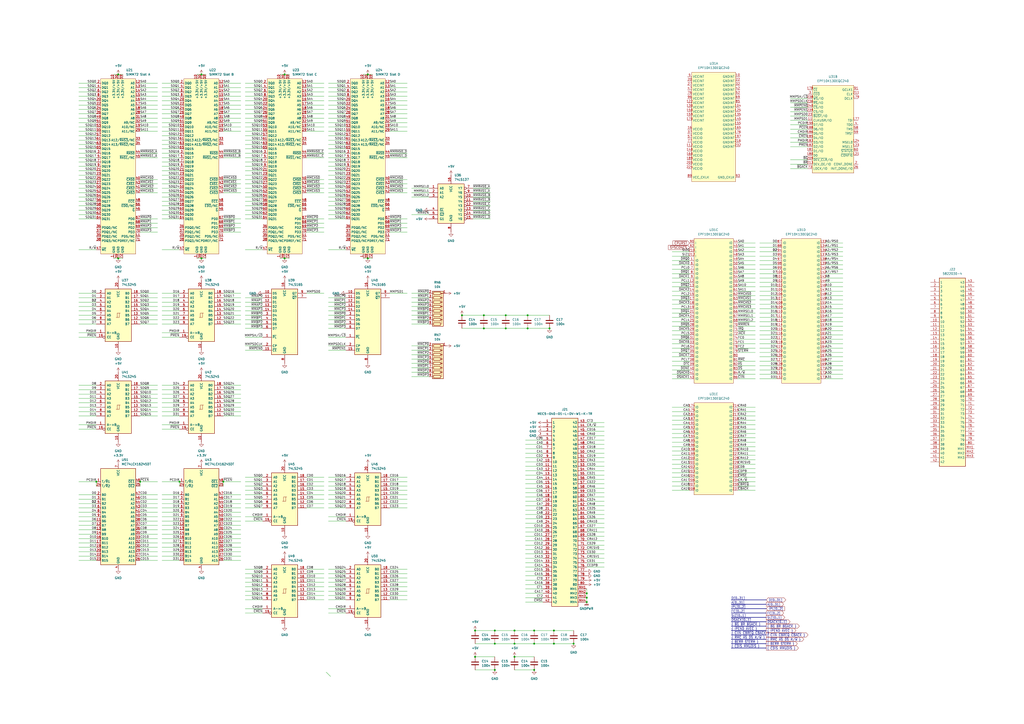
<source format=kicad_sch>
(kicad_sch (version 20230121) (generator eeschema)
  (paper "A2")
  (junction (at 55.88 279.4))
  (junction (at 275.59 365.76))
  (junction (at 309.88 388.62))
  (junction (at 321.31 365.76))
  (junction (at 116.84 149.86))
  (junction (at 298.45 381))
  (junction (at 332.74 373.38))
  (junction (at 104.14 279.4))
  (junction (at 306.07 182.88))
  (junction (at 116.84 43.18))
  (junction (at 293.37 182.88))
  (junction (at 280.67 182.88))
  (junction (at 321.31 373.38))
  (junction (at 293.37 190.5))
  (junction (at 298.45 365.76))
  (junction (at 309.88 365.76))
  (junction (at 81.28 279.4))
  (junction (at 306.07 190.5))
  (junction (at 287.02 373.38))
  (junction (at 340.36 349.25))
  (junction (at 287.02 365.76))
  (junction (at 68.58 43.18))
  (junction (at 340.36 344.17))
  (junction (at 280.67 190.5))
  (junction (at 298.45 373.38))
  (junction (at 267.97 182.88))
  (junction (at 287.02 388.62))
  (junction (at 165.1 43.18))
  (junction (at 318.77 190.5))
  (junction (at 129.54 279.4))
  (junction (at 213.36 43.18))
  (junction (at 309.88 373.38))
  (junction (at 213.36 149.86))
  (junction (at 340.36 346.71))
  (junction (at 165.1 149.86))
  (junction (at 68.58 149.86))
  (junction (at 275.59 381))
  (bus_entry (at 137.16 448.31) (size 2.54 2.54))
  (bus_entry (at 189.23 389.89) (size 2.54 2.54))
  (wire (pts (xy 93.98 170.18) (xy 104.14 170.18)))
  (wire (pts (xy 314.96 295.91) (xy 304.8 295.91)))
  (wire (pts (xy 440.69 209.55) (xy 450.85 209.55)))
  (wire (pts (xy 142.24 93.98) (xy 152.4 93.98)))
  (wire (pts (xy 314.96 280.67) (xy 304.8 280.67)))
  (wire (pts (xy 200.66 180.34) (xy 190.5 180.34)))
  (wire (pts (xy 389.89 199.39) (xy 400.05 199.39)))
  (wire (pts (xy 139.7 233.68) (xy 129.54 233.68)))
  (wire (pts (xy 226.06 129.54) (xy 236.22 129.54)))
  (wire (pts (xy 139.7 228.6) (xy 129.54 228.6)))
  (wire (pts (xy 93.98 172.72) (xy 104.14 172.72)))
  (wire (pts (xy 190.5 294.64) (xy 200.66 294.64)))
  (wire (pts (xy 440.69 212.09) (xy 450.85 212.09)))
  (wire (pts (xy 142.24 127) (xy 152.4 127)))
  (wire (pts (xy 190.5 101.6) (xy 200.66 101.6)))
  (wire (pts (xy 93.98 314.96) (xy 104.14 314.96)))
  (wire (pts (xy 93.98 241.3) (xy 104.14 241.3)))
  (wire (pts (xy 226.06 63.5) (xy 236.22 63.5)))
  (wire (pts (xy 274.32 119.38) (xy 284.48 119.38)))
  (wire (pts (xy 314.96 336.55) (xy 304.8 336.55)))
  (wire (pts (xy 91.44 233.68) (xy 81.28 233.68)))
  (wire (pts (xy 142.24 71.12) (xy 152.4 71.12)))
  (wire (pts (xy 400.05 236.22) (xy 389.89 236.22)))
  (wire (pts (xy 427.99 256.54) (xy 438.15 256.54)))
  (wire (pts (xy 314.96 275.59) (xy 304.8 275.59)))
  (wire (pts (xy 314.96 331.47) (xy 304.8 331.47)))
  (wire (pts (xy 81.28 129.54) (xy 91.44 129.54)))
  (wire (pts (xy 190.5 337.82) (xy 200.66 337.82)))
  (wire (pts (xy 177.8 76.2) (xy 187.96 76.2)))
  (wire (pts (xy 226.06 134.62) (xy 236.22 134.62)))
  (wire (pts (xy 45.72 99.06) (xy 55.88 99.06)))
  (wire (pts (xy 309.88 365.76) (xy 321.31 365.76)))
  (wire (pts (xy 427.99 241.3) (xy 438.15 241.3)))
  (wire (pts (xy 142.24 50.8) (xy 152.4 50.8)))
  (wire (pts (xy 139.7 226.06) (xy 129.54 226.06)))
  (wire (pts (xy 177.8 129.54) (xy 187.96 129.54)))
  (wire (pts (xy 177.8 287.02) (xy 187.96 287.02)))
  (wire (pts (xy 93.98 297.18) (xy 104.14 297.18)))
  (wire (pts (xy 142.24 60.96) (xy 152.4 60.96)))
  (wire (pts (xy 248.92 180.34) (xy 238.76 180.34)))
  (wire (pts (xy 340.36 308.61) (xy 350.52 308.61)))
  (wire (pts (xy 152.4 180.34) (xy 142.24 180.34)))
  (wire (pts (xy 129.54 312.42) (xy 139.7 312.42)))
  (wire (pts (xy 152.4 200.66) (xy 142.24 200.66)))
  (wire (pts (xy 93.98 78.74) (xy 104.14 78.74)))
  (wire (pts (xy 440.69 194.31) (xy 450.85 194.31)))
  (wire (pts (xy 177.8 134.62) (xy 187.96 134.62)))
  (wire (pts (xy 226.06 342.9) (xy 236.22 342.9)))
  (wire (pts (xy 488.95 158.75) (xy 478.79 158.75)))
  (wire (pts (xy 190.5 335.28) (xy 200.66 335.28)))
  (wire (pts (xy 488.95 166.37) (xy 478.79 166.37)))
  (wire (pts (xy 427.99 243.84) (xy 438.15 243.84)))
  (wire (pts (xy 190.5 279.4) (xy 200.66 279.4)))
  (wire (pts (xy 93.98 109.22) (xy 104.14 109.22)))
  (wire (pts (xy 468.63 80.01) (xy 458.47 80.01)))
  (wire (pts (xy 488.95 196.85) (xy 478.79 196.85)))
  (wire (pts (xy 177.8 106.68) (xy 187.96 106.68)))
  (wire (pts (xy 81.28 68.58) (xy 91.44 68.58)))
  (wire (pts (xy 190.5 340.36) (xy 200.66 340.36)))
  (bus (pts (xy 424.18 358.14) (xy 444.5 358.14)))
  (wire (pts (xy 438.15 217.17) (xy 427.99 217.17)))
  (wire (pts (xy 274.32 116.84) (xy 284.48 116.84)))
  (wire (pts (xy 177.8 104.14) (xy 187.96 104.14)))
  (wire (pts (xy 93.98 86.36) (xy 104.14 86.36)))
  (wire (pts (xy 45.72 109.22) (xy 55.88 109.22)))
  (wire (pts (xy 226.06 68.58) (xy 236.22 68.58)))
  (bus (pts (xy 424.18 365.76) (xy 444.5 365.76)))
  (wire (pts (xy 309.88 373.38) (xy 298.45 373.38)))
  (wire (pts (xy 177.8 132.08) (xy 187.96 132.08)))
  (wire (pts (xy 488.95 189.23) (xy 478.79 189.23)))
  (wire (pts (xy 93.98 144.78) (xy 104.14 144.78)))
  (wire (pts (xy 129.54 294.64) (xy 139.7 294.64)))
  (wire (pts (xy 200.66 182.88) (xy 190.5 182.88)))
  (wire (pts (xy 314.96 267.97) (xy 304.8 267.97)))
  (wire (pts (xy 142.24 88.9) (xy 152.4 88.9)))
  (wire (pts (xy 400.05 241.3) (xy 389.89 241.3)))
  (wire (pts (xy 142.24 289.56) (xy 152.4 289.56)))
  (wire (pts (xy 248.92 218.44) (xy 238.76 218.44)))
  (wire (pts (xy 142.24 99.06) (xy 152.4 99.06)))
  (wire (pts (xy 177.8 53.34) (xy 187.96 53.34)))
  (wire (pts (xy 314.96 303.53) (xy 304.8 303.53)))
  (wire (pts (xy 45.72 325.12) (xy 55.88 325.12)))
  (wire (pts (xy 142.24 345.44) (xy 152.4 345.44)))
  (wire (pts (xy 142.24 86.36) (xy 152.4 86.36)))
  (wire (pts (xy 190.5 332.74) (xy 200.66 332.74)))
  (wire (pts (xy 177.8 332.74) (xy 187.96 332.74)))
  (wire (pts (xy 440.69 158.75) (xy 450.85 158.75)))
  (wire (pts (xy 142.24 48.26) (xy 152.4 48.26)))
  (wire (pts (xy 488.95 191.77) (xy 478.79 191.77)))
  (wire (pts (xy 427.99 264.16) (xy 438.15 264.16)))
  (wire (pts (xy 389.89 161.29) (xy 400.05 161.29)))
  (wire (pts (xy 314.96 262.89) (xy 304.8 262.89)))
  (wire (pts (xy 440.69 143.51) (xy 450.85 143.51)))
  (wire (pts (xy 226.06 292.1) (xy 236.22 292.1)))
  (wire (pts (xy 340.36 280.67) (xy 350.52 280.67)))
  (wire (pts (xy 45.72 172.72) (xy 55.88 172.72)))
  (wire (pts (xy 440.69 191.77) (xy 450.85 191.77)))
  (wire (pts (xy 226.06 58.42) (xy 236.22 58.42)))
  (wire (pts (xy 488.95 171.45) (xy 478.79 171.45)))
  (wire (pts (xy 190.5 66.04) (xy 200.66 66.04)))
  (wire (pts (xy 468.63 67.31) (xy 458.47 67.31)))
  (wire (pts (xy 142.24 337.82) (xy 152.4 337.82)))
  (wire (pts (xy 177.8 66.04) (xy 187.96 66.04)))
  (wire (pts (xy 139.7 177.8) (xy 129.54 177.8)))
  (wire (pts (xy 400.05 264.16) (xy 389.89 264.16)))
  (bus (pts (xy 424.18 375.92) (xy 444.5 375.92)))
  (wire (pts (xy 340.36 273.05) (xy 350.52 273.05)))
  (wire (pts (xy 314.96 326.39) (xy 304.8 326.39)))
  (wire (pts (xy 93.98 81.28) (xy 104.14 81.28)))
  (wire (pts (xy 129.54 304.8) (xy 139.7 304.8)))
  (wire (pts (xy 190.5 71.12) (xy 200.66 71.12)))
  (wire (pts (xy 488.95 153.67) (xy 478.79 153.67)))
  (wire (pts (xy 142.24 109.22) (xy 152.4 109.22)))
  (wire (pts (xy 93.98 292.1) (xy 104.14 292.1)))
  (wire (pts (xy 488.95 143.51) (xy 478.79 143.51)))
  (wire (pts (xy 298.45 381) (xy 309.88 381)))
  (wire (pts (xy 213.36 43.18) (xy 215.9 43.18)))
  (wire (pts (xy 93.98 302.26) (xy 104.14 302.26)))
  (wire (pts (xy 427.99 261.62) (xy 438.15 261.62)))
  (wire (pts (xy 190.5 50.8) (xy 200.66 50.8)))
  (wire (pts (xy 200.66 203.2) (xy 190.5 203.2)))
  (wire (pts (xy 91.44 182.88) (xy 81.28 182.88)))
  (wire (pts (xy 45.72 177.8) (xy 55.88 177.8)))
  (bus (pts (xy 424.18 350.52) (xy 444.5 350.52)))
  (wire (pts (xy 93.98 124.46) (xy 104.14 124.46)))
  (wire (pts (xy 226.06 73.66) (xy 236.22 73.66)))
  (wire (pts (xy 81.28 48.26) (xy 91.44 48.26)))
  (wire (pts (xy 93.98 116.84) (xy 104.14 116.84)))
  (wire (pts (xy 427.99 191.77) (xy 438.15 191.77)))
  (wire (pts (xy 91.44 236.22) (xy 81.28 236.22)))
  (wire (pts (xy 226.06 347.98) (xy 236.22 347.98)))
  (wire (pts (xy 190.5 55.88) (xy 200.66 55.88)))
  (wire (pts (xy 177.8 109.22) (xy 187.96 109.22)))
  (wire (pts (xy 314.96 316.23) (xy 304.8 316.23)))
  (wire (pts (xy 226.06 287.02) (xy 236.22 287.02)))
  (wire (pts (xy 427.99 153.67) (xy 438.15 153.67)))
  (wire (pts (xy 440.69 217.17) (xy 450.85 217.17)))
  (wire (pts (xy 91.44 238.76) (xy 81.28 238.76)))
  (wire (pts (xy 248.92 205.74) (xy 238.76 205.74)))
  (wire (pts (xy 91.44 223.52) (xy 81.28 223.52)))
  (wire (pts (xy 81.28 60.96) (xy 91.44 60.96)))
  (wire (pts (xy 142.24 106.68) (xy 152.4 106.68)))
  (wire (pts (xy 200.66 195.58) (xy 190.5 195.58)))
  (wire (pts (xy 45.72 287.02) (xy 55.88 287.02)))
  (wire (pts (xy 177.8 294.64) (xy 187.96 294.64)))
  (wire (pts (xy 93.98 83.82) (xy 104.14 83.82)))
  (wire (pts (xy 129.54 127) (xy 139.7 127)))
  (wire (pts (xy 340.36 323.85) (xy 350.52 323.85)))
  (wire (pts (xy 427.99 194.31) (xy 438.15 194.31)))
  (wire (pts (xy 190.5 276.86) (xy 200.66 276.86)))
  (wire (pts (xy 226.06 332.74) (xy 236.22 332.74)))
  (wire (pts (xy 45.72 175.26) (xy 55.88 175.26)))
  (wire (pts (xy 104.14 193.04) (xy 93.98 193.04)))
  (wire (pts (xy 440.69 173.99) (xy 450.85 173.99)))
  (wire (pts (xy 389.89 191.77) (xy 400.05 191.77)))
  (wire (pts (xy 389.89 214.63) (xy 400.05 214.63)))
  (wire (pts (xy 468.63 57.15) (xy 458.47 57.15)))
  (wire (pts (xy 177.8 279.4) (xy 187.96 279.4)))
  (wire (pts (xy 142.24 58.42) (xy 152.4 58.42)))
  (wire (pts (xy 440.69 151.13) (xy 450.85 151.13)))
  (wire (pts (xy 200.66 299.72) (xy 190.5 299.72)))
  (wire (pts (xy 93.98 66.04) (xy 104.14 66.04)))
  (wire (pts (xy 438.15 284.48) (xy 427.99 284.48)))
  (wire (pts (xy 142.24 281.94) (xy 152.4 281.94)))
  (wire (pts (xy 45.72 238.76) (xy 55.88 238.76)))
  (wire (pts (xy 306.07 182.88) (xy 318.77 182.88)))
  (wire (pts (xy 427.99 271.78) (xy 438.15 271.78)))
  (wire (pts (xy 340.36 252.73) (xy 350.52 252.73)))
  (wire (pts (xy 81.28 58.42) (xy 91.44 58.42)))
  (wire (pts (xy 440.69 199.39) (xy 450.85 199.39)))
  (wire (pts (xy 340.36 321.31) (xy 350.52 321.31)))
  (wire (pts (xy 314.96 318.77) (xy 304.8 318.77)))
  (wire (pts (xy 129.54 132.08) (xy 139.7 132.08)))
  (wire (pts (xy 45.72 292.1) (xy 55.88 292.1)))
  (wire (pts (xy 488.95 148.59) (xy 478.79 148.59)))
  (wire (pts (xy 66.04 43.18) (xy 68.58 43.18)))
  (wire (pts (xy 142.24 101.6) (xy 152.4 101.6)))
  (wire (pts (xy 81.28 279.4) (xy 91.44 279.4)))
  (wire (pts (xy 91.44 175.26) (xy 81.28 175.26)))
  (wire (pts (xy 340.36 295.91) (xy 350.52 295.91)))
  (wire (pts (xy 280.67 182.88) (xy 293.37 182.88)))
  (wire (pts (xy 177.8 68.58) (xy 187.96 68.58)))
  (wire (pts (xy 309.88 388.62) (xy 298.45 388.62)))
  (wire (pts (xy 139.7 231.14) (xy 129.54 231.14)))
  (wire (pts (xy 129.54 314.96) (xy 139.7 314.96)))
  (wire (pts (xy 116.84 149.86) (xy 119.38 149.86)))
  (wire (pts (xy 438.15 212.09) (xy 427.99 212.09)))
  (wire (pts (xy 321.31 365.76) (xy 332.74 365.76)))
  (wire (pts (xy 104.14 246.38) (xy 93.98 246.38)))
  (wire (pts (xy 248.92 109.22) (xy 238.76 109.22)))
  (wire (pts (xy 248.92 182.88) (xy 238.76 182.88)))
  (wire (pts (xy 488.95 176.53) (xy 478.79 176.53)))
  (wire (pts (xy 81.28 294.64) (xy 91.44 294.64)))
  (wire (pts (xy 142.24 83.82) (xy 152.4 83.82)))
  (wire (pts (xy 280.67 190.5) (xy 293.37 190.5)))
  (wire (pts (xy 142.24 53.34) (xy 152.4 53.34)))
  (wire (pts (xy 440.69 219.71) (xy 450.85 219.71)))
  (wire (pts (xy 458.47 92.71) (xy 468.63 92.71)))
  (wire (pts (xy 129.54 104.14) (xy 139.7 104.14)))
  (wire (pts (xy 177.8 337.82) (xy 187.96 337.82)))
  (wire (pts (xy 114.3 43.18) (xy 116.84 43.18)))
  (wire (pts (xy 314.96 321.31) (xy 304.8 321.31)))
  (wire (pts (xy 45.72 180.34) (xy 55.88 180.34)))
  (wire (pts (xy 139.7 170.18) (xy 129.54 170.18)))
  (wire (pts (xy 389.89 189.23) (xy 400.05 189.23)))
  (wire (pts (xy 81.28 76.2) (xy 91.44 76.2)))
  (wire (pts (xy 81.28 88.9) (xy 91.44 88.9)))
  (wire (pts (xy 139.7 223.52) (xy 129.54 223.52)))
  (bus (pts (xy 424.18 360.68) (xy 444.5 360.68)))
  (wire (pts (xy 45.72 66.04) (xy 55.88 66.04)))
  (wire (pts (xy 81.28 309.88) (xy 91.44 309.88)))
  (wire (pts (xy 200.66 302.26) (xy 190.5 302.26)))
  (wire (pts (xy 314.96 346.71) (xy 304.8 346.71)))
  (wire (pts (xy 129.54 279.4) (xy 139.7 279.4)))
  (wire (pts (xy 427.99 168.91) (xy 438.15 168.91)))
  (wire (pts (xy 142.24 63.5) (xy 152.4 63.5)))
  (wire (pts (xy 116.84 43.18) (xy 119.38 43.18)))
  (wire (pts (xy 129.54 55.88) (xy 139.7 55.88)))
  (wire (pts (xy 226.06 76.2) (xy 236.22 76.2)))
  (wire (pts (xy 389.89 179.07) (xy 400.05 179.07)))
  (wire (pts (xy 93.98 182.88) (xy 104.14 182.88)))
  (wire (pts (xy 45.72 86.36) (xy 55.88 86.36)))
  (wire (pts (xy 389.89 207.01) (xy 400.05 207.01)))
  (wire (pts (xy 177.8 281.94) (xy 187.96 281.94)))
  (wire (pts (xy 129.54 134.62) (xy 139.7 134.62)))
  (wire (pts (xy 81.28 104.14) (xy 91.44 104.14)))
  (wire (pts (xy 427.99 166.37) (xy 438.15 166.37)))
  (wire (pts (xy 340.36 306.07) (xy 350.52 306.07)))
  (wire (pts (xy 45.72 50.8) (xy 55.88 50.8)))
  (wire (pts (xy 314.96 290.83) (xy 304.8 290.83)))
  (wire (pts (xy 81.28 304.8) (xy 91.44 304.8)))
  (wire (pts (xy 314.96 288.29) (xy 304.8 288.29)))
  (wire (pts (xy 389.89 171.45) (xy 400.05 171.45)))
  (wire (pts (xy 45.72 304.8) (xy 55.88 304.8)))
  (wire (pts (xy 340.36 288.29) (xy 350.52 288.29)))
  (wire (pts (xy 200.66 187.96) (xy 190.5 187.96)))
  (wire (pts (xy 314.96 298.45) (xy 304.8 298.45)))
  (wire (pts (xy 45.72 187.96) (xy 55.88 187.96)))
  (wire (pts (xy 389.89 151.13) (xy 400.05 151.13)))
  (wire (pts (xy 488.95 168.91) (xy 478.79 168.91)))
  (wire (pts (xy 306.07 190.5) (xy 318.77 190.5)))
  (wire (pts (xy 152.4 195.58) (xy 142.24 195.58)))
  (wire (pts (xy 226.06 340.36) (xy 236.22 340.36)))
  (wire (pts (xy 93.98 60.96) (xy 104.14 60.96)))
  (wire (pts (xy 400.05 266.7) (xy 389.89 266.7)))
  (wire (pts (xy 314.96 278.13) (xy 304.8 278.13)))
  (wire (pts (xy 45.72 55.88) (xy 55.88 55.88)))
  (wire (pts (xy 314.96 308.61) (xy 304.8 308.61)))
  (wire (pts (xy 389.89 156.21) (xy 400.05 156.21)))
  (wire (pts (xy 93.98 233.68) (xy 104.14 233.68)))
  (wire (pts (xy 45.72 101.6) (xy 55.88 101.6)))
  (wire (pts (xy 81.28 109.22) (xy 91.44 109.22)))
  (wire (pts (xy 177.8 63.5) (xy 187.96 63.5)))
  (wire (pts (xy 190.5 287.02) (xy 200.66 287.02)))
  (wire (pts (xy 177.8 71.12) (xy 187.96 71.12)))
  (wire (pts (xy 267.97 182.88) (xy 280.67 182.88)))
  (wire (pts (xy 226.06 281.94) (xy 236.22 281.94)))
  (wire (pts (xy 114.3 149.86) (xy 116.84 149.86)))
  (wire (pts (xy 165.1 43.18) (xy 167.64 43.18)))
  (wire (pts (xy 438.15 199.39) (xy 427.99 199.39)))
  (wire (pts (xy 142.24 292.1) (xy 152.4 292.1)))
  (wire (pts (xy 45.72 241.3) (xy 55.88 241.3)))
  (wire (pts (xy 177.8 111.76) (xy 187.96 111.76)))
  (wire (pts (xy 400.05 261.62) (xy 389.89 261.62)))
  (wire (pts (xy 93.98 307.34) (xy 104.14 307.34)))
  (wire (pts (xy 190.5 121.92) (xy 200.66 121.92)))
  (wire (pts (xy 93.98 226.06) (xy 104.14 226.06)))
  (wire (pts (xy 93.98 101.6) (xy 104.14 101.6)))
  (wire (pts (xy 139.7 241.3) (xy 129.54 241.3)))
  (wire (pts (xy 93.98 185.42) (xy 104.14 185.42)))
  (wire (pts (xy 152.4 302.26) (xy 142.24 302.26)))
  (wire (pts (xy 190.5 86.36) (xy 200.66 86.36)))
  (wire (pts (xy 93.98 68.58) (xy 104.14 68.58)))
  (wire (pts (xy 488.95 217.17) (xy 478.79 217.17)))
  (wire (pts (xy 400.05 246.38) (xy 389.89 246.38)))
  (wire (pts (xy 81.28 279.4) (xy 81.28 281.94)))
  (wire (pts (xy 81.28 55.88) (xy 91.44 55.88)))
  (wire (pts (xy 45.72 144.78) (xy 55.88 144.78)))
  (wire (pts (xy 190.5 91.44) (xy 200.66 91.44)))
  (wire (pts (xy 45.72 121.92) (xy 55.88 121.92)))
  (wire (pts (xy 55.88 279.4) (xy 55.88 281.94)))
  (wire (pts (xy 45.72 111.76) (xy 55.88 111.76)))
  (wire (pts (xy 274.32 109.22) (xy 284.48 109.22)))
  (wire (pts (xy 340.36 250.19) (xy 350.52 250.19)))
  (wire (pts (xy 81.28 312.42) (xy 91.44 312.42)))
  (wire (pts (xy 81.28 292.1) (xy 91.44 292.1)))
  (wire (pts (xy 190.5 109.22) (xy 200.66 109.22)))
  (wire (pts (xy 142.24 124.46) (xy 152.4 124.46)))
  (wire (pts (xy 142.24 68.58) (xy 152.4 68.58)))
  (wire (pts (xy 226.06 294.64) (xy 236.22 294.64)))
  (wire (pts (xy 427.99 184.15) (xy 438.15 184.15)))
  (wire (pts (xy 139.7 238.76) (xy 129.54 238.76)))
  (wire (pts (xy 274.32 127) (xy 284.48 127)))
  (wire (pts (xy 93.98 322.58) (xy 104.14 322.58)))
  (wire (pts (xy 427.99 173.99) (xy 438.15 173.99)))
  (wire (pts (xy 440.69 146.05) (xy 450.85 146.05)))
  (wire (pts (xy 45.72 91.44) (xy 55.88 91.44)))
  (wire (pts (xy 488.95 156.21) (xy 478.79 156.21)))
  (wire (pts (xy 340.36 283.21) (xy 350.52 283.21)))
  (wire (pts (xy 440.69 168.91) (xy 450.85 168.91)))
  (wire (pts (xy 139.7 236.22) (xy 129.54 236.22)))
  (wire (pts (xy 226.06 337.82) (xy 236.22 337.82)))
  (wire (pts (xy 314.96 273.05) (xy 304.8 273.05)))
  (wire (pts (xy 488.95 161.29) (xy 478.79 161.29)))
  (wire (pts (xy 190.5 284.48) (xy 200.66 284.48)))
  (wire (pts (xy 93.98 287.02) (xy 104.14 287.02)))
  (wire (pts (xy 488.95 140.97) (xy 478.79 140.97)))
  (wire (pts (xy 142.24 116.84) (xy 152.4 116.84)))
  (wire (pts (xy 226.06 88.9) (xy 236.22 88.9)))
  (wire (pts (xy 152.4 182.88) (xy 142.24 182.88)))
  (wire (pts (xy 248.92 200.66) (xy 238.76 200.66)))
  (wire (pts (xy 400.05 256.54) (xy 389.89 256.54)))
  (wire (pts (xy 190.5 63.5) (xy 200.66 63.5)))
  (wire (pts (xy 55.88 279.4) (xy 45.72 279.4)))
  (wire (pts (xy 340.36 285.75) (xy 350.52 285.75)))
  (wire (pts (xy 468.63 62.23) (xy 458.47 62.23)))
  (wire (pts (xy 427.99 246.38) (xy 438.15 246.38)))
  (wire (pts (xy 200.66 172.72) (xy 190.5 172.72)))
  (wire (pts (xy 45.72 320.04) (xy 55.88 320.04)))
  (wire (pts (xy 142.24 66.04) (xy 152.4 66.04)))
  (wire (pts (xy 81.28 325.12) (xy 91.44 325.12)))
  (wire (pts (xy 226.06 91.44) (xy 236.22 91.44)))
  (wire (pts (xy 389.89 153.67) (xy 400.05 153.67)))
  (wire (pts (xy 400.05 271.78) (xy 389.89 271.78)))
  (wire (pts (xy 152.4 299.72) (xy 142.24 299.72)))
  (wire (pts (xy 226.06 335.28) (xy 236.22 335.28)))
  (wire (pts (xy 427.99 156.21) (xy 438.15 156.21)))
  (wire (pts (xy 389.89 173.99) (xy 400.05 173.99)))
  (wire (pts (xy 45.72 299.72) (xy 55.88 299.72)))
  (wire (pts (xy 142.24 114.3) (xy 152.4 114.3)))
  (wire (pts (xy 142.24 284.48) (xy 152.4 284.48)))
  (wire (pts (xy 129.54 292.1) (xy 139.7 292.1)))
  (wire (pts (xy 93.98 106.68) (xy 104.14 106.68)))
  (wire (pts (xy 468.63 85.09) (xy 458.47 85.09)))
  (wire (pts (xy 177.8 73.66) (xy 187.96 73.66)))
  (wire (pts (xy 488.95 204.47) (xy 478.79 204.47)))
  (wire (pts (xy 139.7 182.88) (xy 129.54 182.88)))
  (wire (pts (xy 293.37 182.88) (xy 306.07 182.88)))
  (wire (pts (xy 139.7 187.96) (xy 129.54 187.96)))
  (wire (pts (xy 45.72 60.96) (xy 55.88 60.96)))
  (wire (pts (xy 488.95 186.69) (xy 478.79 186.69)))
  (wire (pts (xy 45.72 233.68) (xy 55.88 233.68)))
  (wire (pts (xy 314.96 306.07) (xy 304.8 306.07)))
  (wire (pts (xy 287.02 365.76) (xy 298.45 365.76)))
  (wire (pts (xy 274.32 114.3) (xy 284.48 114.3)))
  (wire (pts (xy 129.54 63.5) (xy 139.7 63.5)))
  (wire (pts (xy 389.89 186.69) (xy 400.05 186.69)))
  (wire (pts (xy 267.97 190.5) (xy 280.67 190.5)))
  (wire (pts (xy 427.99 274.32) (xy 438.15 274.32)))
  (wire (pts (xy 177.8 335.28) (xy 187.96 335.28)))
  (wire (pts (xy 314.96 349.25) (xy 304.8 349.25)))
  (wire (pts (xy 314.96 341.63) (xy 304.8 341.63)))
  (wire (pts (xy 45.72 236.22) (xy 55.88 236.22)))
  (wire (pts (xy 45.72 127) (xy 55.88 127)))
  (wire (pts (xy 190.5 68.58) (xy 200.66 68.58)))
  (wire (pts (xy 139.7 185.42) (xy 129.54 185.42)))
  (wire (pts (xy 210.82 43.18) (xy 213.36 43.18)))
  (wire (pts (xy 177.8 292.1) (xy 187.96 292.1)))
  (wire (pts (xy 190.5 88.9) (xy 200.66 88.9)))
  (wire (pts (xy 45.72 322.58) (xy 55.88 322.58)))
  (wire (pts (xy 177.8 48.26) (xy 187.96 48.26)))
  (wire (pts (xy 165.1 149.86) (xy 167.64 149.86)))
  (wire (pts (xy 177.8 58.42) (xy 187.96 58.42)))
  (wire (pts (xy 427.99 176.53) (xy 438.15 176.53)))
  (wire (pts (xy 440.69 148.59) (xy 450.85 148.59)))
  (wire (pts (xy 177.8 127) (xy 187.96 127)))
  (wire (pts (xy 226.06 71.12) (xy 236.22 71.12)))
  (wire (pts (xy 81.28 317.5) (xy 91.44 317.5)))
  (wire (pts (xy 81.28 111.76) (xy 91.44 111.76)))
  (wire (pts (xy 226.06 132.08) (xy 236.22 132.08)))
  (wire (pts (xy 248.92 208.28) (xy 238.76 208.28)))
  (wire (pts (xy 81.28 320.04) (xy 91.44 320.04)))
  (wire (pts (xy 177.8 88.9) (xy 187.96 88.9)))
  (wire (pts (xy 438.15 219.71) (xy 427.99 219.71)))
  (wire (pts (xy 389.89 168.91) (xy 400.05 168.91)))
  (wire (pts (xy 142.24 104.14) (xy 152.4 104.14)))
  (wire (pts (xy 488.95 207.01) (xy 478.79 207.01)))
  (wire (pts (xy 400.05 276.86) (xy 389.89 276.86)))
  (wire (pts (xy 488.95 209.55) (xy 478.79 209.55)))
  (wire (pts (xy 248.92 210.82) (xy 238.76 210.82)))
  (wire (pts (xy 142.24 81.28) (xy 152.4 81.28)))
  (wire (pts (xy 129.54 106.68) (xy 139.7 106.68)))
  (wire (pts (xy 45.72 58.42) (xy 55.88 58.42)))
  (wire (pts (xy 142.24 119.38) (xy 152.4 119.38)))
  (wire (pts (xy 314.96 300.99) (xy 304.8 300.99)))
  (wire (pts (xy 129.54 109.22) (xy 139.7 109.22)))
  (wire (pts (xy 91.44 170.18) (xy 81.28 170.18)))
  (wire (pts (xy 81.28 322.58) (xy 91.44 322.58)))
  (wire (pts (xy 190.5 114.3) (xy 200.66 114.3)))
  (wire (pts (xy 129.54 299.72) (xy 139.7 299.72)))
  (wire (pts (xy 440.69 214.63) (xy 450.85 214.63)))
  (wire (pts (xy 45.72 106.68) (xy 55.88 106.68)))
  (wire (pts (xy 177.8 345.44) (xy 187.96 345.44)))
  (wire (pts (xy 190.5 144.78) (xy 200.66 144.78)))
  (wire (pts (xy 440.69 201.93) (xy 450.85 201.93)))
  (wire (pts (xy 81.28 91.44) (xy 91.44 91.44)))
  (wire (pts (xy 248.92 114.3) (xy 238.76 114.3)))
  (wire (pts (xy 45.72 78.74) (xy 55.88 78.74)))
  (wire (pts (xy 129.54 279.4) (xy 129.54 281.94)))
  (bus (pts (xy 424.18 373.38) (xy 444.5 373.38)))
  (wire (pts (xy 45.72 63.5) (xy 55.88 63.5)))
  (wire (pts (xy 389.89 212.09) (xy 400.05 212.09)))
  (wire (pts (xy 81.28 66.04) (xy 91.44 66.04)))
  (wire (pts (xy 81.28 71.12) (xy 91.44 71.12)))
  (wire (pts (xy 389.89 181.61) (xy 400.05 181.61)))
  (wire (pts (xy 427.99 254) (xy 438.15 254)))
  (wire (pts (xy 93.98 309.88) (xy 104.14 309.88)))
  (wire (pts (xy 93.98 294.64) (xy 104.14 294.64)))
  (wire (pts (xy 91.44 187.96) (xy 81.28 187.96)))
  (wire (pts (xy 68.58 149.86) (xy 71.12 149.86)))
  (wire (pts (xy 152.4 187.96) (xy 142.24 187.96)))
  (wire (pts (xy 488.95 179.07) (xy 478.79 179.07)))
  (wire (pts (xy 142.24 55.88) (xy 152.4 55.88)))
  (wire (pts (xy 129.54 322.58) (xy 139.7 322.58)))
  (wire (pts (xy 129.54 60.96) (xy 139.7 60.96)))
  (wire (pts (xy 142.24 111.76) (xy 152.4 111.76)))
  (wire (pts (xy 287.02 373.38) (xy 275.59 373.38)))
  (wire (pts (xy 81.28 63.5) (xy 91.44 63.5)))
  (wire (pts (xy 93.98 299.72) (xy 104.14 299.72)))
  (wire (pts (xy 468.63 74.93) (xy 458.47 74.93)))
  (wire (pts (xy 427.99 238.76) (xy 438.15 238.76)))
  (wire (pts (xy 104.14 279.4) (xy 104.14 281.94)))
  (wire (pts (xy 248.92 124.46) (xy 238.76 124.46)))
  (wire (pts (xy 45.72 228.6) (xy 55.88 228.6)))
  (wire (pts (xy 248.92 185.42) (xy 238.76 185.42)))
  (wire (pts (xy 488.95 214.63) (xy 478.79 214.63)))
  (wire (pts (xy 438.15 204.47) (xy 427.99 204.47)))
  (wire (pts (xy 440.69 140.97) (xy 450.85 140.97)))
  (wire (pts (xy 440.69 179.07) (xy 450.85 179.07)))
  (wire (pts (xy 129.54 325.12) (xy 139.7 325.12)))
  (wire (pts (xy 340.36 313.69) (xy 350.52 313.69)))
  (wire (pts (xy 190.5 127) (xy 200.66 127)))
  (wire (pts (xy 340.36 257.81) (xy 350.52 257.81)))
  (wire (pts (xy 142.24 279.4) (xy 152.4 279.4)))
  (wire (pts (xy 45.72 182.88) (xy 55.88 182.88)))
  (wire (pts (xy 91.44 226.06) (xy 81.28 226.06)))
  (wire (pts (xy 152.4 355.6) (xy 142.24 355.6)))
  (wire (pts (xy 226.06 106.68) (xy 236.22 106.68)))
  (wire (pts (xy 200.66 353.06) (xy 190.5 353.06)))
  (wire (pts (xy 389.89 166.37) (xy 400.05 166.37)))
  (wire (pts (xy 427.99 148.59) (xy 438.15 148.59)))
  (wire (pts (xy 440.69 181.61) (xy 450.85 181.61)))
  (wire (pts (xy 438.15 201.93) (xy 427.99 201.93)))
  (wire (pts (xy 129.54 76.2) (xy 139.7 76.2)))
  (wire (pts (xy 81.28 127) (xy 91.44 127)))
  (wire (pts (xy 104.14 195.58) (xy 93.98 195.58)))
  (wire (pts (xy 340.36 300.99) (xy 350.52 300.99)))
  (wire (pts (xy 440.69 184.15) (xy 450.85 184.15)))
  (wire (pts (xy 91.44 180.34) (xy 81.28 180.34)))
  (wire (pts (xy 440.69 156.21) (xy 450.85 156.21)))
  (wire (pts (xy 142.24 335.28) (xy 152.4 335.28)))
  (wire (pts (xy 190.5 93.98) (xy 200.66 93.98)))
  (wire (pts (xy 287.02 388.62) (xy 275.59 388.62)))
  (wire (pts (xy 190.5 119.38) (xy 200.66 119.38)))
  (wire (pts (xy 142.24 121.92) (xy 152.4 121.92)))
  (wire (pts (xy 314.96 260.35) (xy 304.8 260.35)))
  (wire (pts (xy 129.54 58.42) (xy 139.7 58.42)))
  (wire (pts (xy 93.98 236.22) (xy 104.14 236.22)))
  (wire (pts (xy 81.28 287.02) (xy 91.44 287.02)))
  (wire (pts (xy 427.99 171.45) (xy 438.15 171.45)))
  (wire (pts (xy 45.72 317.5) (xy 55.88 317.5)))
  (wire (pts (xy 314.96 293.37) (xy 304.8 293.37)))
  (wire (pts (xy 81.28 307.34) (xy 91.44 307.34)))
  (wire (pts (xy 129.54 88.9) (xy 139.7 88.9)))
  (wire (pts (xy 226.06 53.34) (xy 236.22 53.34)))
  (wire (pts (xy 45.72 124.46) (xy 55.88 124.46)))
  (wire (pts (xy 45.72 104.14) (xy 55.88 104.14)))
  (wire (pts (xy 152.4 175.26) (xy 142.24 175.26)))
  (wire (pts (xy 45.72 53.34) (xy 55.88 53.34)))
  (wire (pts (xy 389.89 184.15) (xy 400.05 184.15)))
  (wire (pts (xy 226.06 48.26) (xy 236.22 48.26)))
  (wire (pts (xy 427.99 279.4) (xy 438.15 279.4)))
  (wire (pts (xy 226.06 289.56) (xy 236.22 289.56)))
  (wire (pts (xy 438.15 209.55) (xy 427.99 209.55)))
  (wire (pts (xy 314.96 334.01) (xy 304.8 334.01)))
  (wire (pts (xy 142.24 340.36) (xy 152.4 340.36)))
  (wire (pts (xy 427.99 251.46) (xy 438.15 251.46)))
  (wire (pts (xy 93.98 180.34) (xy 104.14 180.34)))
  (wire (pts (xy 129.54 73.66) (xy 139.7 73.66)))
  (wire (pts (xy 142.24 330.2) (xy 152.4 330.2)))
  (wire (pts (xy 129.54 320.04) (xy 139.7 320.04)))
  (wire (pts (xy 142.24 276.86) (xy 152.4 276.86)))
  (wire (pts (xy 200.66 190.5) (xy 190.5 190.5)))
  (wire (pts (xy 45.72 289.56) (xy 55.88 289.56)))
  (wire (pts (xy 139.7 175.26) (xy 129.54 175.26)))
  (bus (pts (xy 424.18 368.3) (xy 444.5 368.3)))
  (wire (pts (xy 45.72 297.18) (xy 55.88 297.18)))
  (wire (pts (xy 93.98 111.76) (xy 104.14 111.76)))
  (wire (pts (xy 93.98 50.8) (xy 104.14 50.8)))
  (wire (pts (xy 488.95 199.39) (xy 478.79 199.39)))
  (wire (pts (xy 45.72 88.9) (xy 55.88 88.9)))
  (wire (pts (xy 314.96 285.75) (xy 304.8 285.75)))
  (wire (pts (xy 129.54 302.26) (xy 139.7 302.26)))
  (wire (pts (xy 142.24 76.2) (xy 152.4 76.2)))
  (wire (pts (xy 45.72 312.42) (xy 55.88 312.42)))
  (wire (pts (xy 142.24 78.74) (xy 152.4 78.74)))
  (wire (pts (xy 389.89 219.71) (xy 400.05 219.71)))
  (wire (pts (xy 226.06 284.48) (xy 236.22 284.48)))
  (wire (pts (xy 93.98 289.56) (xy 104.14 289.56)))
  (wire (pts (xy 142.24 73.66) (xy 152.4 73.66)))
  (wire (pts (xy 190.5 81.28) (xy 200.66 81.28)))
  (wire (pts (xy 91.44 177.8) (xy 81.28 177.8)))
  (wire (pts (xy 389.89 217.17) (xy 400.05 217.17)))
  (wire (pts (xy 93.98 121.92) (xy 104.14 121.92)))
  (wire (pts (xy 91.44 228.6) (xy 81.28 228.6)))
  (wire (pts (xy 68.58 43.18) (xy 71.12 43.18)))
  (wire (pts (xy 93.98 119.38) (xy 104.14 119.38)))
  (wire (pts (xy 488.95 173.99) (xy 478.79 173.99)))
  (wire (pts (xy 340.36 303.53) (xy 350.52 303.53)))
  (wire (pts (xy 440.69 189.23) (xy 450.85 189.23)))
  (wire (pts (xy 190.5 289.56) (xy 200.66 289.56)))
  (wire (pts (xy 81.28 314.96) (xy 91.44 314.96)))
  (wire (pts (xy 314.96 270.51) (xy 304.8 270.51)))
  (wire (pts (xy 190.5 106.68) (xy 200.66 106.68)))
  (wire (pts (xy 129.54 48.26) (xy 139.7 48.26)))
  (wire (pts (xy 400.05 243.84) (xy 389.89 243.84)))
  (wire (pts (xy 468.63 64.77) (xy 458.47 64.77)))
  (wire (pts (xy 248.92 215.9) (xy 238.76 215.9)))
  (wire (pts (xy 226.06 279.4) (xy 236.22 279.4)))
  (wire (pts (xy 93.98 114.3) (xy 104.14 114.3)))
  (wire (pts (xy 45.72 314.96) (xy 55.88 314.96)))
  (wire (pts (xy 340.36 311.15) (xy 350.52 311.15)))
  (wire (pts (xy 152.4 172.72) (xy 142.24 172.72)))
  (wire (pts (xy 427.99 163.83) (xy 438.15 163.83)))
  (wire (pts (xy 427.99 266.7) (xy 438.15 266.7)))
  (wire (pts (xy 440.69 196.85) (xy 450.85 196.85)))
  (bus (pts (xy 424.18 347.98) (xy 444.5 347.98)))
  (wire (pts (xy 55.88 193.04) (xy 45.72 193.04)))
  (wire (pts (xy 340.36 318.77) (xy 350.52 318.77)))
  (wire (pts (xy 45.72 307.34) (xy 55.88 307.34)))
  (bus (pts (xy 424.18 353.06) (xy 444.5 353.06)))
  (wire (pts (xy 488.95 201.93) (xy 478.79 201.93)))
  (wire (pts (xy 45.72 116.84) (xy 55.88 116.84)))
  (wire (pts (xy 389.89 201.93) (xy 400.05 201.93)))
  (wire (pts (xy 129.54 66.04) (xy 139.7 66.04)))
  (wire (pts (xy 129.54 68.58) (xy 139.7 68.58)))
  (wire (pts (xy 190.5 58.42) (xy 200.66 58.42)))
  (wire (pts (xy 248.92 187.96) (xy 238.76 187.96)))
  (wire (pts (xy 55.88 248.92) (xy 45.72 248.92)))
  (wire (pts (xy 248.92 111.76) (xy 238.76 111.76)))
  (wire (pts (xy 248.92 175.26) (xy 238.76 175.26)))
  (wire (pts (xy 200.66 200.66) (xy 190.5 200.66)))
  (wire (pts (xy 81.28 50.8) (xy 91.44 50.8)))
  (wire (pts (xy 177.8 50.8) (xy 187.96 50.8)))
  (wire (pts (xy 190.5 281.94) (xy 200.66 281.94)))
  (wire (pts (xy 190.5 345.44) (xy 200.66 345.44)))
  (wire (pts (xy 427.99 151.13) (xy 438.15 151.13)))
  (wire (pts (xy 93.98 177.8) (xy 104.14 177.8)))
  (wire (pts (xy 142.24 96.52) (xy 152.4 96.52)))
  (wire (pts (xy 142.24 294.64) (xy 152.4 294.64)))
  (wire (pts (xy 226.06 127) (xy 236.22 127)))
  (wire (pts (xy 314.96 283.21) (xy 304.8 283.21)))
  (wire (pts (xy 389.89 204.47) (xy 400.05 204.47)))
  (wire (pts (xy 440.69 176.53) (xy 450.85 176.53)))
  (wire (pts (xy 226.06 276.86) (xy 236.22 276.86)))
  (wire (pts (xy 81.28 289.56) (xy 91.44 289.56)))
  (wire (pts (xy 190.5 76.2) (xy 200.66 76.2)))
  (wire (pts (xy 190.5 347.98) (xy 200.66 347.98)))
  (wire (pts (xy 190.5 104.14) (xy 200.66 104.14)))
  (wire (pts (xy 177.8 55.88) (xy 187.96 55.88)))
  (wire (pts (xy 275.59 381) (xy 287.02 381)))
  (wire (pts (xy 468.63 77.47) (xy 458.47 77.47)))
  (wire (pts (xy 139.7 180.34) (xy 129.54 180.34)))
  (wire (pts (xy 488.95 151.13) (xy 478.79 151.13)))
  (wire (pts (xy 440.69 161.29) (xy 450.85 161.29)))
  (wire (pts (xy 427.99 161.29) (xy 438.15 161.29)))
  (wire (pts (xy 340.36 247.65) (xy 350.52 247.65)))
  (wire (pts (xy 177.8 330.2) (xy 187.96 330.2)))
  (wire (pts (xy 458.47 95.25) (xy 468.63 95.25)))
  (wire (pts (xy 81.28 106.68) (xy 91.44 106.68)))
  (wire (pts (xy 81.28 73.66) (xy 91.44 73.66)))
  (wire (pts (xy 427.99 181.61) (xy 438.15 181.61)))
  (wire (pts (xy 139.7 172.72) (xy 129.54 172.72)))
  (wire (pts (xy 340.36 245.11) (xy 350.52 245.11)))
  (wire (pts (xy 93.98 127) (xy 104.14 127)))
  (wire (pts (xy 226.06 170.18) (xy 236.22 170.18)))
  (wire (pts (xy 45.72 76.2) (xy 55.88 76.2)))
  (wire (pts (xy 438.15 196.85) (xy 427.99 196.85)))
  (wire (pts (xy 488.95 146.05) (xy 478.79 146.05)))
  (wire (pts (xy 440.69 166.37) (xy 450.85 166.37)))
  (wire (pts (xy 400.05 284.48) (xy 389.89 284.48)))
  (wire (pts (xy 427.99 189.23) (xy 438.15 189.23)))
  (wire (pts (xy 93.98 58.42) (xy 104.14 58.42)))
  (wire (pts (xy 468.63 82.55) (xy 458.47 82.55)))
  (wire (pts (xy 400.05 274.32) (xy 389.89 274.32)))
  (wire (pts (xy 190.5 83.82) (xy 200.66 83.82)))
  (wire (pts (xy 152.4 185.42) (xy 142.24 185.42)))
  (wire (pts (xy 200.66 175.26) (xy 190.5 175.26)))
  (wire (pts (xy 190.5 292.1) (xy 200.66 292.1)))
  (wire (pts (xy 314.96 328.93) (xy 304.8 328.93)))
  (wire (pts (xy 129.54 71.12) (xy 139.7 71.12)))
  (wire (pts (xy 93.98 104.14) (xy 104.14 104.14)))
  (wire (pts (xy 340.36 290.83) (xy 350.52 290.83)))
  (wire (pts (xy 274.32 124.46) (xy 284.48 124.46)))
  (wire (pts (xy 340.36 326.39) (xy 350.52 326.39)))
  (wire (pts (xy 162.56 43.18) (xy 165.1 43.18)))
  (wire (pts (xy 400.05 269.24) (xy 389.89 269.24)))
  (wire (pts (xy 93.98 63.5) (xy 104.14 63.5)))
  (wire (pts (xy 45.72 68.58) (xy 55.88 68.58)))
  (wire (pts (xy 45.72 83.82) (xy 55.88 83.82)))
  (wire (pts (xy 438.15 214.63) (xy 427.99 214.63)))
  (wire (pts (xy 93.98 228.6) (xy 104.14 228.6)))
  (wire (pts (xy 93.98 238.76) (xy 104.14 238.76)))
  (wire (pts (xy 93.98 96.52) (xy 104.14 96.52)))
  (wire (pts (xy 190.5 342.9) (xy 200.66 342.9)))
  (wire (pts (xy 340.36 293.37) (xy 350.52 293.37)))
  (wire (pts (xy 190.5 330.2) (xy 200.66 330.2)))
  (wire (pts (xy 314.96 311.15) (xy 304.8 311.15)))
  (wire (pts (xy 226.06 111.76) (xy 236.22 111.76)))
  (wire (pts (xy 248.92 170.18) (xy 238.76 170.18)))
  (wire (pts (xy 400.05 238.76) (xy 389.89 238.76)))
  (wire (pts (xy 400.05 251.46) (xy 389.89 251.46)))
  (bus (pts (xy 424.18 370.84) (xy 444.5 370.84)))
  (wire (pts (xy 152.4 203.2) (xy 142.24 203.2)))
  (wire (pts (xy 226.06 50.8) (xy 236.22 50.8)))
  (wire (pts (xy 142.24 144.78) (xy 152.4 144.78)))
  (wire (pts (xy 438.15 281.94) (xy 427.99 281.94)))
  (wire (pts (xy 389.89 194.31) (xy 400.05 194.31)))
  (wire (pts (xy 142.24 347.98) (xy 152.4 347.98)))
  (wire (pts (xy 45.72 71.12) (xy 55.88 71.12)))
  (wire (pts (xy 81.28 132.08) (xy 91.44 132.08)))
  (wire (pts (xy 177.8 91.44) (xy 187.96 91.44)))
  (wire (pts (xy 427.99 143.51) (xy 438.15 143.51)))
  (wire (pts (xy 210.82 149.86) (xy 213.36 149.86)))
  (wire (pts (xy 81.28 134.62) (xy 91.44 134.62)))
  (wire (pts (xy 45.72 223.52) (xy 55.88 223.52)))
  (wire (pts (xy 91.44 172.72) (xy 81.28 172.72)))
  (wire (pts (xy 213.36 149.86) (xy 215.9 149.86)))
  (wire (pts (xy 314.96 339.09) (xy 304.8 339.09)))
  (wire (pts (xy 440.69 171.45) (xy 450.85 171.45)))
  (wire (pts (xy 190.5 78.74) (xy 200.66 78.74)))
  (wire (pts (xy 45.72 185.42) (xy 55.88 185.42)))
  (wire (pts (xy 389.89 148.59) (xy 400.05 148.59)))
  (wire (pts (xy 91.44 231.14) (xy 81.28 231.14)))
  (wire (pts (xy 45.72 119.38) (xy 55.88 119.38)))
  (wire (pts (xy 226.06 104.14) (xy 236.22 104.14)))
  (wire (pts (xy 200.66 185.42) (xy 190.5 185.42)))
  (wire (pts (xy 427.99 179.07) (xy 438.15 179.07)))
  (wire (pts (xy 340.36 316.23) (xy 350.52 316.23)))
  (wire (pts (xy 248.92 172.72) (xy 238.76 172.72)))
  (wire (pts (xy 66.04 149.86) (xy 68.58 149.86)))
  (wire (pts (xy 177.8 289.56) (xy 187.96 289.56)))
  (wire (pts (xy 340.36 275.59) (xy 350.52 275.59)))
  (wire (pts (xy 190.5 60.96) (xy 200.66 60.96)))
  (wire (pts (xy 488.95 219.71) (xy 478.79 219.71)))
  (wire (pts (xy 93.98 223.52) (xy 104.14 223.52)))
  (wire (pts (xy 389.89 146.05) (xy 400.05 146.05)))
  (wire (pts (xy 93.98 317.5) (xy 104.14 317.5)))
  (wire (pts (xy 321.31 373.38) (xy 309.88 373.38)))
  (wire (pts (xy 274.32 111.76) (xy 284.48 111.76)))
  (wire (pts (xy 389.89 158.75) (xy 400.05 158.75)))
  (wire (pts (xy 45.72 93.98) (xy 55.88 93.98)))
  (wire (pts (xy 177.8 170.18) (xy 187.96 170.18)))
  (wire (pts (xy 45.72 309.88) (xy 55.88 309.88)))
  (wire (pts (xy 340.36 262.89) (xy 350.52 262.89)))
  (wire (pts (xy 129.54 287.02) (xy 139.7 287.02)))
  (wire (pts (xy 152.4 353.06) (xy 142.24 353.06)))
  (wire (pts (xy 104.14 279.4) (xy 93.98 279.4)))
  (wire (pts (xy 427.99 140.97) (xy 438.15 140.97)))
  (wire (pts (xy 200.66 355.6) (xy 190.5 355.6)))
  (wire (pts (xy 332.74 373.38) (xy 321.31 373.38)))
  (wire (pts (xy 142.24 342.9) (xy 152.4 342.9)))
  (wire (pts (xy 129.54 129.54) (xy 139.7 129.54)))
  (wire (pts (xy 389.89 163.83) (xy 400.05 163.83)))
  (wire (pts (xy 45.72 114.3) (xy 55.88 114.3)))
  (wire (pts (xy 248.92 177.8) (xy 238.76 177.8)))
  (wire (pts (xy 45.72 48.26) (xy 55.88 48.26)))
  (wire (pts (xy 91.44 185.42) (xy 81.28 185.42)))
  (wire (pts (xy 298.45 365.76) (xy 309.88 365.76)))
  (wire (pts (xy 177.8 347.98) (xy 187.96 347.98)))
  (wire (pts (xy 226.06 109.22) (xy 236.22 109.22)))
  (wire (pts (xy 142.24 332.74) (xy 152.4 332.74)))
  (wire (pts (xy 468.63 72.39) (xy 458.47 72.39)))
  (wire (pts (xy 314.96 255.27) (xy 304.8 255.27)))
  (wire (pts (xy 248.92 203.2) (xy 238.76 203.2)))
  (bus (pts (xy 424.18 355.6) (xy 444.5 355.6)))
  (wire (pts (xy 45.72 170.18) (xy 55.88 170.18)))
  (wire (pts (xy 55.88 246.38) (xy 45.72 246.38)))
  (wire (pts (xy 129.54 289.56) (xy 139.7 289.56)))
  (wire (pts (xy 427.99 186.69) (xy 438.15 186.69)))
  (wire (pts (xy 129.54 111.76) (xy 139.7 111.76)))
  (wire (pts (xy 93.98 71.12) (xy 104.14 71.12)))
  (wire (pts (xy 458.47 97.79) (xy 468.63 97.79)))
  (wire (pts (xy 93.98 99.06) (xy 104.14 99.06)))
  (wire (pts (xy 45.72 96.52) (xy 55.88 96.52)))
  (wire (pts (xy 468.63 59.69) (xy 458.47 59.69)))
  (wire (pts (xy 190.5 116.84) (xy 200.66 116.84)))
  (wire (pts (xy 488.95 212.09) (xy 478.79 212.09)))
  (wire (pts (xy 93.98 73.66) (xy 104.14 73.66)))
  (wire (pts (xy 200.66 177.8) (xy 190.5 177.8)))
  (wire (pts (xy 190.5 96.52) (xy 200.66 96.52)))
  (wire (pts (xy 340.36 265.43) (xy 350.52 265.43)))
  (wire (pts (xy 340.36 270.51) (xy 350.52 270.51)))
  (wire (pts (xy 427.99 276.86) (xy 438.15 276.86)))
  (wire (pts (xy 190.5 124.46) (xy 200.66 124.46)))
  (wire (pts (xy 190.5 111.76) (xy 200.66 111.76)))
  (wire (pts (xy 45.72 231.14) (xy 55.88 231.14)))
  (wire (pts (xy 314.96 344.17) (xy 304.8 344.17)))
  (wire (pts (xy 93.98 76.2) (xy 104.14 76.2)))
  (wire (pts (xy 427.99 259.08) (xy 438.15 259.08)))
  (wire (pts (xy 248.92 213.36) (xy 238.76 213.36)))
  (wire (pts (xy 400.05 259.08) (xy 389.89 259.08)))
  (wire (pts (xy 129.54 53.34) (xy 139.7 53.34)))
  (wire (pts (xy 129.54 297.18) (xy 139.7 297.18)))
  (wire (pts (xy 226.06 330.2) (xy 236.22 330.2)))
  (wire (pts (xy 440.69 163.83) (xy 450.85 163.83)))
  (wire (pts (xy 142.24 91.44) (xy 152.4 91.44)))
  (wire (pts (xy 400.05 279.4) (xy 389.89 279.4)))
  (wire (pts (xy 389.89 209.55) (xy 400.05 209.55)))
  (wire (pts (xy 340.36 255.27) (xy 350.52 255.27)))
  (wire (pts (xy 314.96 313.69) (xy 304.8 313.69)))
  (wire (pts (xy 162.56 149.86) (xy 165.1 149.86)))
  (wire (pts (xy 274.32 121.92) (xy 284.48 121.92)))
  (wire (pts (xy 488.95 181.61) (xy 478.79 181.61)))
  (wire (pts (xy 93.98 88.9) (xy 104.14 88.9)))
  (bus (pts (xy 424.18 363.22) (xy 444.5 363.22)))
  (wire (pts (xy 93.98 91.44) (xy 104.14 91.44)))
  (wire (pts (xy 400.05 248.92) (xy 389.89 248.92)))
  (wire (pts (xy 93.98 53.34) (xy 104.14 53.34)))
  (wire (pts (xy 93.98 93.98) (xy 104.14 93.98)))
  (wire (pts (xy 129.54 91.44) (xy 139.7 91.44)))
  (wire (pts (xy 440.69 207.01) (xy 450.85 207.01)))
  (wire (pts (xy 488.95 163.83) (xy 478.79 163.83)))
  (wire (pts (xy 314.96 257.81) (xy 304.8 257.81)))
  (wire (pts (xy 226.06 55.88) (xy 236.22 55.88)))
  (wire (pts (xy 177.8 60.96) (xy 187.96 60.96)))
  (wire (pts (xy 93.98 48.26) (xy 104.14 48.26)))
  (wire (pts (xy 190.5 53.34) (xy 200.66 53.34)))
  (wire (pts (xy 81.28 299.72) (xy 91.44 299.72)))
  (wire (pts (xy 298.45 373.38) (xy 287.02 373.38)))
  (wire (pts (xy 93.98 55.88) (xy 104.14 55.88)))
  (wire (pts (xy 275.59 365.76) (xy 287.02 365.76)))
  (wire (pts (xy 93.98 187.96) (xy 104.14 187.96)))
  (wire (pts (xy 190.5 48.26) (xy 200.66 48.26)))
  (wire (pts (xy 389.89 196.85) (xy 400.05 196.85)))
  (wire (pts (xy 226.06 345.44) (xy 236.22 345.44)))
  (wire (pts (xy 340.36 260.35) (xy 350.52 260.35)))
  (wire (pts (xy 177.8 340.36) (xy 187.96 340.36)))
  (wire (pts (xy 152.4 190.5) (xy 142.24 190.5)))
  (wire (pts (xy 427.99 248.92) (xy 438.15 248.92)))
  (wire (pts (xy 468.63 69.85) (xy 458.47 69.85)))
  (wire (pts (xy 93.98 325.12) (xy 104.14 325.12)))
  (wire (pts (xy 190.5 73.66) (xy 200.66 73.66)))
  (wire (pts (xy 389.89 176.53) (xy 400.05 176.53)))
  (wire (pts (xy 45.72 302.26) (xy 55.88 302.26)))
  (wire (pts (xy 400.05 254) (xy 389.89 254)))
  (wire (pts (xy 440.69 204.47) (xy 450.85 204.47)))
  (wire (pts (xy 177.8 284.48) (xy 187.96 284.48)))
  (wire (pts (xy 93.98 312.42) (xy 104.14 312.42)))
  (wire (pts (xy 427.99 236.22) (xy 438.15 236.22)))
  (wire (pts (xy 400.05 281.94) (xy 389.89 281.94)))
  (wire (pts (xy 177.8 342.9) (xy 187.96 342.9)))
  (wire (pts (xy 340.36 298.45) (xy 350.52 298.45)))
  (wire (pts (xy 81.28 53.34) (xy 91.44 53.34)))
  (wire (pts (xy 427.99 269.24) (xy 438.15 269.24)))
  (wire (pts (xy 340.36 278.13) (xy 350.52 278.13)))
  (wire (pts (xy 93.98 304.8) (xy 104.14 304.8)))
  (wire (pts (xy 340.36 267.97) (xy 350.52 267.97)))
  (wire (pts (xy 190.5 99.06) (xy 200.66 99.06)))
  (wire (pts (xy 440.69 186.69) (xy 450.85 186.69)))
  (wire (pts (xy 129.54 307.34) (xy 139.7 307.34)))
  (wire (pts (xy 340.36 349.25) (xy 340.36 346.71)))
  (wire (pts (xy 81.28 297.18) (xy 91.44 297.18)))
  (wire (pts (xy 45.72 226.06) (xy 55.88 226.06)))
  (wire (pts (xy 293.37 190.5) (xy 306.07 190.5)))
  (wire (pts (xy 427.99 158.75) (xy 438.15 158.75)))
  (wire (pts (xy 488.95 184.15) (xy 478.79 184.15)))
  (wire (pts (xy 104.14 248.92) (xy 93.98 248.92)))
  (wire (pts (xy 91.44 241.3) (xy 81.28 241.3)))
  (wire (pts (xy 314.96 265.43) (xy 304.8 265.43)))
  (wire (pts (xy 226.06 60.96) (xy 236.22 60.96)))
  (wire (pts (xy 45.72 73.66) (xy 55.88 73.66)))
  (wire (pts (xy 55.88 195.58) (xy 45.72 195.58)))
  (wire (pts (xy 226.06 66.04) (xy 236.22 66.04)))
  (wire (pts (xy 93.98 231.14) (xy 104.14 231.14)))
  (wire (pts (xy 129.54 50.8) (xy 139.7 50.8)))
  (wire (pts (xy 45.72 294.64) (xy 55.88 294.64)))
  (wire (pts (xy 93.98 175.26) (xy 104.14 175.26)))
  (wire (pts (xy 427.99 146.05) (xy 438.15 146.05)))
  (wire (pts (xy 93.98 320.04) (xy 104.14 320.04)))
  (wire (pts (xy 340.36 344.17) (xy 340.36 341.63)))
  (wire (pts (xy 440.69 153.67) (xy 450.85 153.67)))
  (wire (pts (xy 81.28 302.26) (xy 91.44 302.26)))
  (wire (pts (xy 177.8 276.86) (xy 187.96 276.86)))
  (wire (pts (xy 152.4 177.8) (xy 142.24 177.8)))
  (wire (pts (xy 45.72 81.28) (xy 55.88 81.28)))
  (wire (pts (xy 129.54 309.88) (xy 139.7 309.88)))
  (wire (pts (xy 142.24 287.02) (xy 152.4 287.02)))
  (wire (pts (xy 488.95 194.31) (xy 478.79 194.31)))
  (wire (pts (xy 340.36 346.71) (xy 340.36 344.17)))
  (wire (pts (xy 340.36 328.93) (xy 350.52 328.93)))
  (wire (pts (xy 129.54 317.5) (xy 139.7 317.5)))
  (wire (pts (xy 314.96 323.85) (xy 304.8 323.85)))
  (label "CRA12" (at 340.36 313.69 0))
  (label "~{DACK5}" (at 400.05 191.77 180))
  (label "~{MMRAS1_C}" (at 177.8 91.44 0))
  (label "~{MMDP3}" (at 226.06 134.62 0))
  (label "CRA1" (at 427.99 238.76 0))
  (label "CD13" (at 81.28 320.04 0))
  (label "R{slash}~{W}" (at 427.99 217.17 0))
  (label "D2" (at 55.88 175.26 180))
  (label "CD11" (at 81.28 314.96 0))
  (label "~{MMBP1}" (at 152.4 185.42 180))
  (label "CRA6" (at 340.36 283.21 0))
  (label "D29" (at 450.85 214.63 180))
  (label "A9" (at 478.79 163.83 0))
  (label "CD3" (at 177.8 284.48 0))
  (label "PMDIR" (at 468.63 82.55 180))
  (label "SDQ15" (at 152.4 347.98 180))
  (label "SDQ0" (at 81.28 170.18 0))
  (label "SDQ9" (at 152.4 71.12 180))
  (label "SDQ13" (at 200.66 81.28 180))
  (label "~{MMRAS1_A}" (at 81.28 91.44 0))
  (label "~{MMDP1}" (at 226.06 129.54 0))
  (label "SDQ16" (at 200.66 88.9 180))
  (label "SDQ16" (at 104.14 88.9 180))
  (label "D17" (at 104.14 289.56 180))
  (label "A12" (at 478.79 171.45 0))
  (label "CA10" (at 314.96 308.61 180))
  (label "~{MMRAS0_D}" (at 226.06 88.9 0))
  (label "~{DONE}" (at 400.05 214.63 180))
  (label "CA6" (at 400.05 251.46 180))
  (label "~{MMAP1}" (at 152.4 175.26 180))
  (label "SDQ1" (at 55.88 50.8 180))
  (label "SA8" (at 177.8 68.58 0))
  (label "~{MMCAS1}" (at 81.28 106.68 0))
  (label "FC[0..2]" (at 424.18 355.6 0))
  (label "CD21" (at 129.54 299.72 0))
  (label "CD2" (at 81.28 292.1 0))
  (label "SDQ3" (at 81.28 177.8 0))
  (label "SDQ5" (at 104.14 60.96 180))
  (label "CD13" (at 314.96 321.31 180))
  (label "~{MMCP1}" (at 248.92 203.2 180))
  (label "SDQ24" (at 129.54 223.52 0))
  (label "CD3" (at 314.96 270.51 180))
  (label "~{MMBP3}" (at 248.92 187.96 180))
  (label "SA11" (at 177.8 76.2 0))
  (label "~{MMAP3}" (at 152.4 180.34 180))
  (label "D17" (at 450.85 184.15 180))
  (label "R{slash}~{W}" (at 200.66 144.78 180))
  (label "D31" (at 104.14 325.12 180))
  (label "D18" (at 104.14 292.1 180))
  (label "PCL0" (at 400.05 156.21 180))
  (label "D19" (at 450.85 189.23 180))
  (label "CD15" (at 177.8 347.98 0))
  (label "~{MMCAS0}" (at 129.54 104.14 0))
  (label "CT1" (at 314.96 341.63 180))
  (label "~{MMBP0}" (at 152.4 182.88 180))
  (label "~{MMPEN1}" (at 468.63 64.77 180))
  (label "~{MMAP1}" (at 248.92 172.72 180))
  (label "SDQ25" (at 55.88 111.76 180))
  (label "CD28" (at 226.06 340.36 0))
  (label "CD10" (at 81.28 312.42 0))
  (label "SA9" (at 177.8 71.12 0))
  (label "~{MMPEN1}" (at 200.66 203.2 180))
  (label "CD20" (at 340.36 270.51 0))
  (label "CRA8" (at 427.99 256.54 0))
  (label "~{DACK4}" (at 400.05 184.15 180))
  (label "SDQ23" (at 200.66 106.68 180))
  (label "SA9" (at 427.99 163.83 0))
  (label "CA1" (at 400.05 238.76 180))
  (label "CD26" (at 129.54 312.42 0))
  (label "SA4" (at 129.54 58.42 0))
  (label "CD19" (at 340.36 265.43 0))
  (label "CD1" (at 177.8 279.4 0))
  (label "SDQ26" (at 55.88 114.3 180))
  (label "~{PCEN}" (at 129.54 279.4 0))
  (label "MMPSH{slash}~{LD}" (at 468.63 57.15 180))
  (label "SDQ19" (at 152.4 96.52 180))
  (label "CD30" (at 340.36 321.31 0))
  (label "SDQ14" (at 152.4 345.44 180))
  (label "CA8" (at 314.96 298.45 180))
  (label "D21" (at 104.14 182.88 180))
  (label "D26" (at 104.14 228.6 180))
  (label "A15" (at 478.79 179.07 0))
  (label "SDQ17" (at 200.66 91.44 180))
  (label "CRA9" (at 427.99 259.08 0))
  (label "D24" (at 450.85 201.93 180))
  (label "SDQ26" (at 200.66 335.28 180))
  (label "D3" (at 55.88 294.64 180))
  (label "SDQ19" (at 200.66 284.48 180))
  (label "R{slash}~{W}" (at 152.4 144.78 180))
  (label "CD14" (at 81.28 322.58 0))
  (label "PMDIR" (at 55.88 193.04 180))
  (label "D13" (at 55.88 236.22 180))
  (label "CD9" (at 314.96 300.99 180))
  (label "MMRSEL2" (at 427.99 186.69 0))
  (label "PCDIR" (at 104.14 279.4 180))
  (label "A1{slash}RS1" (at 478.79 143.51 0))
  (label "CA15" (at 314.96 334.01 180))
  (label "SDQ12" (at 152.4 78.74 180))
  (label "SDQ31" (at 200.66 127 180))
  (label "A21" (at 478.79 194.31 0))
  (label "CD25" (at 340.36 295.91 0))
  (label "SDQ5" (at 81.28 182.88 0))
  (label "SDQ13" (at 81.28 236.22 0))
  (label "SDQ19" (at 129.54 177.8 0))
  (label "~{IACK}" (at 427.99 194.31 0))
  (label "CA7" (at 314.96 293.37 180))
  (label "D4" (at 55.88 297.18 180))
  (label "D26" (at 104.14 312.42 180))
  (label "CD21" (at 340.36 275.59 0))
  (label "SDQ18" (at 200.66 281.94 180))
  (label "SDQ30" (at 104.14 124.46 180))
  (label "D24" (at 104.14 223.52 180))
  (label "D22" (at 104.14 302.26 180))
  (label "SDQ0" (at 55.88 48.26 180))
  (label "~{STERM}" (at 427.99 204.47 0))
  (label "D10" (at 450.85 166.37 180))
  (label "CD1" (at 314.96 260.35 180))
  (label "D31" (at 104.14 241.3 180))
  (label "A24" (at 478.79 201.93 0))
  (label "CA13" (at 400.05 269.24 180))
  (label "D4" (at 55.88 180.34 180))
  (label "CA4" (at 400.05 246.38 180))
  (label "CR{slash}~{W}" (at 427.99 279.4 0))
  (label "CD27" (at 226.06 337.82 0))
  (label "SDQ25" (at 152.4 111.76 180))
  (label "SDQ19" (at 55.88 96.52 180))
  (label "SDQ27" (at 55.88 116.84 180))
  (label "SDQ30" (at 152.4 124.46 180))
  (label "~{MMDP2}" (at 226.06 132.08 0))
  (label "R{slash}~{W}" (at 104.14 144.78 180))
  (label "CD4" (at 177.8 287.02 0))
  (label "~{CMEN}" (at 152.4 302.26 180))
  (label "CD26" (at 340.36 300.99 0))
  (label "CA17" (at 400.05 279.4 180))
  (label "SDQ17" (at 104.14 91.44 180))
  (label "SA9" (at 129.54 71.12 0))
  (label "SDQ9" (at 104.14 71.12 180))
  (label "SA8" (at 129.54 68.58 0))
  (label "D25" (at 104.14 309.88 180))
  (label "SA10" (at 129.54 73.66 0))
  (label "SDQ10" (at 152.4 335.28 180))
  (label "CD24" (at 340.36 290.83 0))
  (label "SDQ5" (at 152.4 60.96 180))
  (label "SDQ8" (at 200.66 68.58 180))
  (label "SDQ6" (at 152.4 63.5 180))
  (label "SA5" (at 177.8 60.96 0))
  (label "CD14" (at 177.8 345.44 0))
  (label "SDQ7" (at 152.4 66.04 180))
  (label "CD11" (at 177.8 337.82 0))
  (label "SDQ3" (at 152.4 284.48 180))
  (label "SIZ[0..1]" (at 424.18 358.14 0))
  (label "SA6" (at 427.99 156.21 0))
  (label "CRA2" (at 340.36 262.89 0))
  (label "A20" (at 478.79 191.77 0))
  (label "SDQ1" (at 104.14 50.8 180))
  (label "CD7" (at 177.8 294.64 0))
  (label "~{MMCAS3}" (at 81.28 111.76 0))
  (label "SDQ4" (at 152.4 287.02 180))
  (label "~{PCEN}" (at 468.63 74.93 180))
  (label "CA14" (at 314.96 328.93 180))
  (label "CRA10" (at 427.99 261.62 0))
  (label "CA15" (at 400.05 274.32 180))
  (label "~{MMCAS1}" (at 177.8 106.68 0))
  (label "~{MMBP3}" (at 152.4 190.5 180))
  (label "D2" (at 450.85 146.05 180))
  (label "{ ~{CDIS} ~{MMUDIS} }" (at 424.18 375.92 0))
  (label "MMPSD1" (at 226.06 170.18 0))
  (label "SA3" (at 427.99 148.59 0))
  (label "D26" (at 450.85 207.01 180))
  (label "MMPSH{slash}~{LD}" (at 152.4 195.58 180))
  (label "SDQ31" (at 55.88 127 180))
  (label "D19" (at 104.14 177.8 180))
  (label "SA11" (at 427.99 168.91 0))
  (label "~{MMCAS2}" (at 129.54 109.22 0))
  (label "SA3" (at 81.28 55.88 0))
  (label "CD20" (at 226.06 287.02 0))
  (label "CD27" (at 129.54 314.96 0))
  (label "D8" (at 55.88 307.34 180))
  (label "~{MMCAS2}" (at 177.8 109.22 0))
  (label "CRA11" (at 427.99 264.16 0))
  (label "A4{slash}RS4" (at 478.79 151.13 0))
  (label "SDQ21" (at 152.4 101.6 180))
  (label "~{DRQ5}" (at 400.05 189.23 180))
  (label "CRA1" (at 340.36 257.81 0))
  (label "A3{slash}RS3" (at 478.79 148.59 0))
  (label "SDQ22" (at 55.88 104.14 180))
  (label "CA4" (at 314.96 278.13 180))
  (label "SDQ4" (at 200.66 58.42 180))
  (label "~{MMBP2}" (at 248.92 185.42 180))
  (label "SDQ19" (at 104.14 96.52 180))
  (label "D9" (at 450.85 163.83 180))
  (label "~{MMRAS1_D}" (at 226.06 91.44 0))
  (label "A28" (at 478.79 212.09 0))
  (label "SDQ24" (at 55.88 109.22 180))
  (label "CD31" (at 226.06 347.98 0))
  (label "CDB" (at 427.99 271.78 0))
  (label "SDQ31" (at 152.4 127 180))
  (label "SDQ5" (at 55.88 60.96 180))
  (label "D15" (at 55.88 325.12 180))
  (label "SDQ23" (at 152.4 106.68 180))
  (label "CA7" (at 400.05 254 180))
  (label "~{CMSE}" (at 427.99 276.86 0))
  (label "SDQ28" (at 152.4 119.38 180))
  (label "SDQ26" (at 129.54 228.6 0))
  (label "SDQ18" (at 104.14 93.98 180))
  (label "MMPSD1" (at 468.63 69.85 180))
  (label "SDQ2" (at 81.28 175.26 0))
  (label "CA6" (at 314.96 288.29 180))
  (label "CA1" (at 314.96 262.89 180))
  (label "CD10" (at 177.8 335.28 0))
  (label "SDQ25" (at 129.54 226.06 0))
  (label "SDQ6" (at 152.4 292.1 180))
  (label "FC2" (at 427.99 201.93 0))
  (label "SA9" (at 226.06 71.12 0))
  (label "A10" (at 478.79 166.37 0))
  (label "CD18" (at 340.36 260.35 0))
  (label "~{DRQ3}" (at 400.05 173.99 180))
  (label "SDQ11" (at 55.88 76.2 180))
  (label "SA1" (at 177.8 50.8 0))
  (label "PCDIR" (at 468.63 72.39 180))
  (label "PCL1" (at 400.05 163.83 180))
  (label "SA1" (at 129.54 50.8 0))
  (label "CD27" (at 340.36 306.07 0))
  (label "CRESV0" (at 340.36 318.77 0))
  (label "~{MMAP0}" (at 248.92 170.18 180))
  (label "~{PMEN}" (at 55.88 248.92 180))
  (label "CD23" (at 340.36 285.75 0))
  (label "~{MMCP0}" (at 177.8 127 0))
  (label "SDQ31" (at 129.54 241.3 0))
  (label "CMDIR" (at 200.66 353.06 180))
  (label "SA10" (at 177.8 73.66 0))
  (label "SDQ24" (at 152.4 109.22 180))
  (label "SDQ7" (at 104.14 66.04 180))
  (label "SDQ27" (at 104.14 116.84 180))
  (label "SDQ0" (at 152.4 276.86 180))
  (label "~{DACK1}" (at 400.05 161.29 180))
  (label "SDQ23" (at 200.66 294.64 180))
  (label "A22" (at 478.79 196.85 0))
  (label "SDQ15" (at 55.88 86.36 180))
  (label "D[0..31]" (at 424.18 347.98 0))
  (label "SDQ15" (at 104.14 86.36 180))
  (label "SDQ10" (at 55.88 73.66 180))
  (label "CD26" (at 226.06 335.28 0))
  (label "CD4" (at 81.28 297.18 0))
  (label "~{MMDP3}" (at 248.92 218.44 180))
  (label "SDQ29" (at 129.54 236.22 0))
  (label "PCL4" (at 400.05 186.69 180))
  (label "~{MMBP0}" (at 248.92 180.34 180))
  (label "SDQ12" (at 81.28 233.68 0))
  (label "CA19" (at 400.05 284.48 180))
  (label "D19" (at 104.14 294.64 180))
  (label "SDQ11" (at 152.4 76.2 180))
  (label "SDQ0" (at 104.14 48.26 180))
  (label "CA3" (at 400.05 243.84 180))
  (label "SDQ2" (at 55.88 53.34 180))
  (label "CD23" (at 129.54 304.8 0))
  (label "CD14" (at 314.96 326.39 180))
  (label "~{MMCP0}" (at 200.66 172.72 180))
  (label "SDQ29" (at 200.66 342.9 180))
  (label "D12" (at 450.85 171.45 180))
  (label "~{IRQ}" (at 427.99 191.77 0))
  (label "CD5" (at 314.96 280.67 180))
  (label "SDQ31" (at 104.14 127 180))
  (label "CA2" (at 400.05 241.3 180))
  (label "A27" (at 478.79 209.55 0))
  (label "SA2" (at 81.28 53.34 0))
  (label "~{MMRAS1_D}" (at 274.32 127 0))
  (label "SDQ18" (at 129.54 175.26 0))
  (label "D23" (at 104.14 187.96 180))
  (label "CMDIR" (at 200.66 299.72 180))
  (label "A6{slash}RS6" (at 478.79 156.21 0))
  (label "MMPSD0" (at 468.63 67.31 180))
  (label "SDQ11" (at 152.4 337.82 180))
  (label "CD20" (at 129.54 297.18 0))
  (label "SDQ7" (at 55.88 66.04 180))
  (label "CD10" (at 314.96 306.07 180))
  (label "CA5" (at 314.96 283.21 180))
  (label "SDQ28" (at 129.54 233.68 0))
  (label "SDQ25" (at 200.66 332.74 180))
  (label "CA11" (at 400.05 264.16 180))
  (label "D20" (at 450.85 191.77 180))
  (label "A14" (at 478.79 176.53 0))
  (label "PCL2" (at 400.05 171.45 180))
  (label "SA11" (at 226.06 76.2 0))
  (label "SDQ16" (at 152.4 88.9 180))
  (label "CA13" (at 314.96 323.85 180))
  (label "CD15" (at 314.96 331.47 180))
  (label "CD12" (at 314.96 316.23 180))
  (label "~{MMCP1}" (at 177.8 129.54 0))
  (label "D13" (at 450.85 173.99 180))
  (label "~{MMREN}" (at 248.92 124.46 180))
  (label "SDQ7" (at 81.28 187.96 0))
  (label "D16" (at 104.14 287.02 180))
  (label "SDQ1" (at 152.4 279.4 180))
  (label "CRA5" (at 340.36 278.13 0))
  (label "CD9" (at 81.28 309.88 0))
  (label "SDQ2" (at 152.4 53.34 180))
  (label "~{PCEN}" (at 81.28 279.4 0))
  (label "~{DRQ1}" (at 400.05 158.75 180))
  (label "~{MMCAS0}" (at 177.8 104.14 0))
  (label "~{CMSE}" (at 314.96 349.25 180))
  (label "SA10" (at 81.28 73.66 0))
  (label "SDQ13" (at 152.4 81.28 180))
  (label "SDQ18" (at 200.66 93.98 180))
  (label "~{MMREN}" (at 427.99 189.23 0))
  (label "{ ~{BG} ~{BR} ~{BGACK} }" (at 424.18 363.22 0))
  (label "SA6" (at 81.28 63.5 0))
  (label "SA8" (at 81.28 68.58 0))
  (label "D23" (at 450.85 199.39 180))
  (label "D14" (at 450.85 176.53 180))
  (label "SA5" (at 81.28 60.96 0))
  (label "SDQ21" (at 200.66 101.6 180))
  (label "CA0" (at 314.96 257.81 180))
  (label "A2{slash}RS2" (at 478.79 146.05 0))
  (label "~{MMRAS0_D}" (at 274.32 124.46 0))
  (label "D0" (at 55.88 287.02 180))
  (label "SDQ30" (at 200.66 345.44 180))
  (label "SDQ16" (at 129.54 170.18 0))
  (label "CD29" (at 129.54 320.04 0))
  (label "SDQ8" (at 152.4 68.58 180))
  (label "SDQ9" (at 200.66 71.12 180))
  (label "D9" (at 55.88 226.06 180))
  (label "SDQ3" (at 104.14 55.88 180))
  (label "MMPSDCLK" (at 468.63 59.69 180))
  (label "~{DACK0}" (at 400.05 153.67 180))
  (label "D21" (at 450.85 194.31 180))
  (label "SDQ26" (at 104.14 114.3 180))
  (label "~{MMDP2}" (at 200.66 187.96 180))
  (label "D25" (at 104.14 226.06 180))
  (label "CMDIR" (at 468.63 77.47 180))
  (label "CD22" (at 340.36 280.67 0))
  (label "D16" (at 104.14 170.18 180))
  (label "~{MMCAS0}" (at 81.28 104.14 0))
  (label "CD30" (at 226.06 345.44 0))
  (label "~{MMCAS1}" (at 427.99 173.99 0))
  (label "D6" (at 450.85 156.21 180))
  (label "~{MMPEN0}" (at 152.4 203.2 180))
  (label "SA0" (at 177.8 48.26 0))
  (label "~{DSACK[0..1]}" (at 424.18 360.68 0))
  (label "~{DTC}" (at 400.05 212.09 180))
  (label "SDQ20" (at 55.88 99.06 180))
  (label "SDQ13" (at 55.88 81.28 180))
  (label "SIZ1" (at 400.05 148.59 180))
  (label "D13" (at 55.88 320.04 180))
  (label "A[0..31]" (at 424.18 350.52 0))
  (label "SA9" (at 81.28 71.12 0))
  (label "SDQ6" (at 200.66 63.5 180))
  (label "MMPSDCLK" (at 200.66 200.66 180))
  (label "CEDPB" (at 340.36 328.93 0))
  (label "CT3" (at 340.36 245.11 0))
  (label "D9" (at 55.88 309.88 180))
  (label "SDQ10" (at 200.66 73.66 180))
  (label "SA10" (at 226.06 73.66 0))
  (label "SDQ14" (at 104.14 83.82 180))
  (label "SDQ4" (at 55.88 58.42 180))
  (label "SA2" (at 427.99 146.05 0))
  (label "SDQ4" (at 104.14 58.42 180))
  (label "SA5" (at 427.99 153.67 0))
  (label "~{MMAP2}" (at 152.4 177.8 180))
  (label "SDQ20" (at 129.54 180.34 0))
  (label "~{PMEN}" (at 104.14 248.92 180))
  (label "~{DACK7}" (at 400.05 207.01 180))
  (label "R{slash}~{W}" (at 55.88 144.78 180))
  (label "CRA9" (at 340.36 298.45 0))
  (label "~{MMCAS1}" (at 129.54 106.68 0))
  (label "CD12" (at 81.28 317.5 0))
  (label "~{DRQ7}" (at 400.05 204.47 180))
  (label "SDQ17" (at 200.66 279.4 180))
  (label "SA7" (at 81.28 66.04 0))
  (label "SDQ28" (at 200.66 340.36 180))
  (label "SDQ22" (at 200.66 292.1 180))
  (label "~{MMAP1}" (at 81.28 129.54 0))
  (label "CRA3" (at 427.99 243.84 0))
  (label "SDQ27" (at 200.66 116.84 180))
  (label "CA18" (at 400.05 281.94 180))
  (label "CRA8" (at 340.36 293.37 0))
  (label "SA4" (at 427.99 151.13 0))
  (label "CRA5" (at 427.99 248.92 0))
  (label "CRA0" (at 340.36 252.73 0))
  (label "~{PMEN}" (at 468.63 85.09 180))
  (label "SDQ9" (at 55.88 71.12 180))
  (label "SDQ23" (at 104.14 106.68 180))
  (label "SDQ27" (at 152.4 116.84 180))
  (label "CMDIR" (at 152.4 299.72 180))
  (label "~{MMDP1}" (at 248.92 213.36 180))
  (label "SDQ13" (at 104.14 81.28 180))
  (label "~{MMCAS3}" (at 129.54 111.76 0))
  (label "SDQ4" (at 152.4 58.42 180))
  (label "SDQ3" (at 200.66 55.88 180))
  (label "CD0" (at 81.28 287.02 0))
  (label "SDQ15" (at 81.28 241.3 0))
  (label "SDQ23" (at 55.88 106.68 180))
  (label "SDQ18" (at 152.4 93.98 180))
  (label "~{MMAP2}" (at 248.92 175.26 180))
  (label "~{MMCAS3}" (at 177.8 111.76 0))
  (label "CD16" (at 340.36 250.19 0))
  (label "SDQ16" (at 200.66 276.86 180))
  (label "A5{slash}RS5" (at 478.79 153.67 0))
  (label "D20" (at 104.14 180.34 180))
  (label "~{MMDP1}" (at 200.66 185.42 180))
  (label "SDQ0" (at 152.4 48.26 180))
  (label "D6" (at 55.88 302.26 180))
  (label "SDQ25" (at 104.14 111.76 180))
  (label "A8" (at 478.79 161.29 0))
  (label "SDQ24" (at 200.66 109.22 180))
  (label "~{MMBP1}" (at 129.54 129.54 0))
  (label "SDQ19" (at 200.66 96.52 180))
  (label "CD31" (at 340.36 326.39 0))
  (label "~{MMAP2}" (at 81.28 132.08 0))
  (label "~{CBACK}" (at 427.99 284.48 0))
  (label "SDQ29" (at 152.4 121.92 180))
  (label "~{BG}" (at 468.63 92.71 180))
  (label "A17" (at 478.79 184.15 0))
  (label "CD17" (at 340.36 255.27 0))
  (label "SDQ14" (at 81.28 238.76 0))
  (label "SIZ0" (at 400.05 146.05 180))
  (label "SDQ11" (at 81.28 231.14 0))
  (label "CA9" (at 314.96 303.53 180))
  (label "~{MMDP3}" (at 200.66 190.5 180))
  (label "SDQ22" (at 104.14 104.14 180))
  (label "D22" (at 450.85 196.85 180))
  (label "~{MMRAS0_B}" (at 129.54 88.9 0))
  (label "CD23" (at 226.06 294.64 0))
  (label "SA11" (at 129.54 76.2 0))
  (label "SDQ13" (at 152.4 342.9 180))
  (label "D7" (at 450.85 158.75 180))
  (label "SDQ26" (at 152.4 114.3 180))
  (label "~{DRQ2}" (at 400.05 166.37 180))
  (label "CD0" (at 177.8 276.86 0))
  (label "PMDIR" (at 55.88 246.38 180))
  (label "D18" (at 450.85 186.69 180))
  (label "SDQ11" (at 200.66 76.2 180))
  (label "CA0" (at 400.05 236.22 180))
  (label "SDQ25" (at 200.66 111.76 180))
  (label "CD9" (at 177.8 332.74 0))
  (label "PCL3" (at 400.05 179.07 180))
  (label "~{DS}" (at 427.99 214.63 0))
  (label "SDQ16" (at 55.88 88.9 180))
  (label "~{MMAP3}" (at 248.92 177.8 180))
  (label "SA6" (at 129.54 63.5 0))
  (label "CD18" (at 129.54 292.1 0))
  (label "~{PMEN}" (at 104.14 195.58 180))
  (label "SDQ15" (at 152.4 86.36 180))
  (label "A11" (at 478.79 168.91 0))
  (label "CRA4" (at 427.99 246.38 0))
  (label "~{MMAP3}" (at 81.28 134.62 0))
  (label "CD21" (at 226.06 289.56 0))
  (label "SDQ12" (at 152.4 340.36 180))
  (label "{ ~{RMC} ~{AS} ~{DS} R{slash}~{W} }" (at 424.18 370.84 0))
  (label "CRA7" (at 427.99 254 0))
  (label "~{MMRAS0_C}" (at 274.32 119.38 0))
  (label "MMPSDCLK" (at 152.4 200.66 180))
  (label "SDQ30" (at 55.88 124.46 180))
  (label "~{MMCAS2}" (at 81.28 109.22 0))
  (label "D29" (at 104.14 236.22 180))
  (label "CA17" (at 314.96 344.17 180))
  (label "SDQ21" (at 104.14 101.6 180))
  (label "SDQ9" (at 81.28 226.06 0))
  (label "D28" (at 104.14 233.68 180))
  (label "SDQ6" (at 55.88 63.5 180))
  (label "SA2" (at 226.06 53.34 0))
  (label "CD6" (at 314.96 285.75 180))
  (label "CT2" (at 314.96 346.71 180))
  (label "CRA0" (at 427.99 236.22 0))
  (label "SDQ10" (at 104.14 73.66 180))
  (label "~{CIIN}" (at 427.99 219.71 0))
  (label "CD4" (at 314.96 275.59 180))
  (label "CR{slash}~{W}" (at 340.36 247.65 0))
  (label "~{MMCP3}" (at 248.92 208.28 180))
  (label "D29" (at 104.14 320.04 180))
  (label "~{MMCAS0}" (at 226.06 104.14 0))
  (label "D16" (at 450.85 181.61 180))
  (label "SDQ30" (at 200.66 124.46 180))
  (label "MMRSEL2" (at 248.92 114.3 180))
  (label "{ ~{IPEND} ~{AVEC} }" (at 424.18 365.76 0))
  (label "D18" (at 104.14 175.26 180))
  (label "CD31" (at 129.54 325.12 0))
  (label "A29" (at 478.79 214.63 0))
  (label "~{MMCP2}" (at 248.92 205.74 180))
  (label "CA3" (at 314.96 273.05 180))
  (label "SDQ17" (at 55.88 91.44 180))
  (label "A16" (at 478.79 181.61 0))
  (label "~{MMRAS1_B}" (at 274.32 116.84 0))
  (label "SA4" (at 177.8 58.42 0))
  (label "D1" (at 55.88 289.56 180))
  (label "A18" (at 478.79 186.69 0))
  (label "D27" (at 104.14 231.14 180))
  (label "SDQ3" (at 55.88 55.88 180))
  (label "A30" (at 478.79 217.17 0))
  (label "SA11" (at 81.28 76.2 0))
  (label "SDQ6" (at 81.28 185.42 0))
  (label "A23" (at 478.79 199.39 0))
  (label "~{MMCP0}" (at 248.92 200.66 180))
  (label "SDQ22" (at 152.4 104.14 180))
  (label "CRA6" (at 427.99 251.46 0))
  (label "PMDIR" (at 104.14 193.04 180))
  (label "CD2" (at 177.8 281.94 0))
  (label "~{DSACK0}" (at 400.05 217.17 180))
  (label "~{MMRAS1_C}" (at 274.32 121.92 0))
  (label "SA2" (at 177.8 53.34 0))
  (label "D3" (at 450.85 148.59 180))
  (label "SDQ8" (at 81.28 223.52 0))
  (label "D12" (at 55.88 233.68 180))
  (label "D8" (at 55.88 223.52 180))
  (label "SDQ27" (at 129.54 231.14 0))
  (label "SDQ21" (at 129.54 182.88 0))
  (label "~{DSACK1}" (at 400.05 219.71 180))
  (label "D10" (at 55.88 312.42 180))
  (label "MMRSEL1" (at 248.92 111.76 180))
  (label "SDQ2" (at 104.14 53.34 180))
  (label "SDQ20" (at 200.66 287.02 180))
  (label "SDQ17" (at 129.54 172.72 0))
  (label "SDQ8" (at 152.4 330.2 180))
  (label "CD5" (at 177.8 289.56 0))
  (label "~{DACK6}" (at 400.05 199.39 180))
  (label "CD5" (at 81.28 299.72 0))
  (label "~{DRQ6}" (at 400.05 196.85 180))
  (label "SDQ14" (at 55.88 83.82 180))
  (label "CD1" (at 81.28 289.56 0))
  (label "CD17" (at 129.54 289.56 0))
  (label "D11" (at 450.85 168.91 180))
  (label "SDQ12" (at 104.14 78.74 180))
  (label "~{DACK2}" (at 400.05 168.91 180))
  (label "SDQ29" (at 55.88 121.92 180))
  (label "D7" (at 55.88 304.8 180))
  (label "D28" (at 450.85 212.09 180))
  (label "CD3" (at 81.28 294.64 0))
  (label "A13" (at 478.79 173.99 0))
  (label "A0{slash}RS0" (at 478.79 140.97 0))
  (label "A31" (at 478.79 219.71 0))
  (label "SA3" (at 129.54 55.88 0))
  (label "SDQ6" (at 104.14 63.5 180))
  (label "CD16" (at 226.06 276.86 0))
  (label "D30" (at 104.14 238.76 180))
  (label "SDQ15" (at 200.66 86.36 180))
  (label "D1" (at 55.88 172.72 180))
  (label "CD24" (at 226.06 330.2 0))
  (label "SA1" (at 81.28 50.8 0))
  (label "D11" (at 55.88 231.14 180))
  (label "~{AS}" (at 427.99 212.09 0))
  (label "~{IPL[0..2]}" (at 424.18 353.06 0))
  (label "~{MMRAS1_A}" (at 274.32 111.76 0))
  (label "SDQ29" (at 200.66 121.92 180))
  (label "SDQ10" (at 81.28 228.6 0))
  (label "~{MMBP3}" (at 129.54 134.62 0))
  (label "CD25" (at 129.54 309.88 0))
  (label "~{MMRAS0_A}" (at 81.28 88.9 0))
  (label "D5" (at 55.88 299.72 180))
  (label "D7" (at 55.88 187.96 180))
  (label "D3" (at 55.88 177.8 180))
  (label "CRESV1" (at 340.36 323.85 0))
  (label "CD12" (at 177.8 340.36 0))
  (label "SDQ27" (at 200.66 337.82 180))
  (label "CRESV0" (at 427.99 269.24 0))
  (label "SDQ14" (at 152.4 83.82 180))
  (label "~{MMBP1}" (at 248.92 182.88 180))
  (label "CD18" (at 226.06 281.94 0))
  (label "CT0" (at 314.96 336.55 180))
  (label "SA0" (at 427.99 140.97 0))
  (label "SDQ20" (at 200.66 99.06 180))
  (label "~{MMBP2}" (at 152.4 187.96 180))
  (label "CD24" (at 129.54 307.34 0))
  (label "~{MMRAS0_B}" (at 274.32 114.3 0))
  (label "~{MMCAS1}" (at 226.06 106.68 0))
  (label "CD8" (at 177.8 330.2 0))
  (label "CA9" (at 400.05 259.08 180))
  (label "SDQ1" (at 152.4 50.8 180))
  (label "CA16" (at 400.05 276.86 180))
  (label "D0" (at 450.85 140.97 180))
  (label "~{BR}" (at 468.63 95.25 180))
  (label "CA12" (at 314.96 318.77 180))
  (label "MMPSD0" (at 177.8 170.18 0))
  (label "SA2" (at 129.54 53.34 0))
  (label "CD16" (at 129.54 287.02 0))
  (label "~{MMCP1}" (at 200.66 175.26 180))
  (label "CD0" (at 314.96 255.27 180))
  (label "~{CMEN}" (at 200.66 355.6 180))
  (label "{ ~{BERR} ~{STERM} }" (at 424.18 373.38 0))
  (label "SDQ12" (at 55.88 78.74 180))
  (label "SDQ28" (at 104.14 119.38 180))
  (label "MMPSH{slash}~{LD}" (at 200.66 195.58 180))
  (label "~{CBREQ}" (at 427.99 281.94 0))
  (label "~{MMCP3}" (at 200.66 180.34 180))
  (label "~{MMBP2}" (at 129.54 132.08 0))
  (label "SDQ8" (at 55.88 68.58 180))
  (label "CD28" (at 340.36 311.15 0))
  (label "CD30" (at 129.54 322.58 0))
  (label "D28" (at 104.14 317.5 180))
  (label "SDQ1" (at 81.28 172.72 0))
  (label "D10" (at 55.88 228.6 180))
  (label "A7{slash}RS7" (at 478.79 158.75 0))
  (label "~{DRQ4}" (at 400.05 181.61 180))
  (label "SDQ2" (at 152.4 281.94 180))
  (label "D2" (at 55.88 292.1 180))
  (label "~{MMDP0}" (at 200.66 182.88 180))
  (label "SDQ28" (at 55.88 119.38 180))
  (label "D30" (at 450.85 217.17 180))
  (label "CRA11" (at 340.36 308.61 0))
  (label "D12" (at 55.88 317.5 180))
  (label "CD6" (at 81.28 302.26 0))
  (label "CD22" (at 129.54 302.26 0))
  (label "SDQ28" (at 200.66 119.38 180))
  (label "~{MMCAS3}" (at 427.99 179.07 0))
  (label "SA5" (at 129.54 60.96 0))
  (label "CD15" (at 81.28 325.12 0))
  (label "CD28" (at 129.54 317.5 0))
  (label "CMDIR" (at 152.4 353.06 180))
  (label "D14" (at 55.88 322.58 180))
  (label "SDQ5" (at 152.4 289.56 180))
  (label "~{MMCP3}" (at 177.8 134.62 0))
  (label "CD7" (at 81.28 304.8 0))
  (label "CD2" (at 314.96 265.43 180))
  (label "~{MMCAS0}" (at 427.99 171.45 0))
  (label "SDQ31" (at 200.66 347.98 180))
  (label "~{MMPEN0}" (at 468.63 62.23 180))
  (label "SA0" (at 226.06 48.26 0))
  (label "CRA3" (at 340.36 267.97 0))
  (label "SDQ11" (at 104.14 76.2 180))
  (label "D22" (at 104.14 185.42 180))
  (label "CD8" (at 314.96 295.91 180))
  (label "SA6" (at 226.06 63.5 0))
  (label "D1" (at 450.85 143.51 180))
  (label "CD29" (at 340.36 316.23 0))
  (label "D6" (at 55.88 185.42 180))
  (label "SDQ14" (at 200.66 83.82 180))
  (label "CD19" (at 226.06 284.48 0))
  (label "~{DRQ0}" (at 400.05 151.13 180))
  (label "CD22" (at 226.06 292.1 0))
  (label "SDQ18" (at 55.88 93.98 180))
  (label "D5" (at 450.85 153.67 180))
  (label "SDQ12" (at 200.66 78.74 180))
  (label "~{MMRAS0_A}" (at 274.32 109.22 0))
  (label "FC0" (at 427.99 196.85 0))
  (label "~{MMDP2}" (at 248.92 215.9 180))
  (label "D5" (at 55.88 182.88 180))
  (label "PCDIR" (at 55.88 279.4 180))
  (label "CA11" (at 314.96 313.69 180))
  (label "CD17" (at 226.06 279.4 0))
  (label "A25" (at 478.79 204.47 0))
  (label "CA12" (at 400.05 266.7 180))
  (label "SDQ0" (at 200.66 48.26 180))
  (label "SDQ7" (at 152.4 294.64 180))
  (label "SA4" (at 226.06 58.42 0))
  (label "PCL5" (at 400.05 194.31 180))
  (label "~{MMDP0}" (at 226.06 127 0))
  (label "SDQ22" (at 129.54 185.42 0))
  (label "SA0" (at 129.54 48.26 0))
  (label "D31" (at 450.85 219.71 180))
  (label "SA7" (at 129.54 66.04 0))
  (label "{ ~{CIIN} ~{CBREQ} ~{CBACK} }" (at 424.18 368.3 0))
  (label "SA7" (at 177.8 66.04 0))
  (label "D15" (at 450.85 179.07 180))
  (label "~{MMCAS3}" (at 226.06 111.76 0))
  (label "SDQ24" (at 104.14 109.22 180))
  (label "D17" (at 104.14 172.72 180))
  (label "~{MMRAS1_B}" (at 129.54 91.44 0))
  (label "~{MMRAS0_C}" (at 177.8 88.9 0))
  (label "SA7" (at 226.06 66.04 0))
  (label "SDQ2" (at 200.66 53.34 180))
  (label "SDQ22" (at 200.66 104.14 180))
  (label "PMDIR" (at 104.14 246.38 180))
  (label "CD25" (at 226.06 332.74 0))
  (label "~{BGACK}" (at 468.63 97.79 180))
  (label "~{MMBP0}" (at 129.54 127 0))
  (label "CRA10" (at 340.36 303.53 0))
  (label "D15" (at 55.88 241.3 180))
  (label "SDQ26" (at 200.66 114.3 180))
  (label "SDQ10" (at 152.4 73.66 180))
  (label "D20" (at 104.14 297.18 180))
  (label "D8" (at 450.85 161.29 180))
  (label "CRA2" (at 427.99 241.3 0))
  (label "SDQ21" (at 55.88 101.6 180))
  (label "PCL6" (at 400.05 201.93 180))
  (label "~{MMAP0}" (at 81.28 127 0))
  (label "CDPB" (at 427.99 274.32 0))
  (label "~{MMCP2}" (at 177.8 132.08 0))
  (label "~{DACK3}" (at 400.05 176.53 180))
  (label "CD8" (at 81.28 307.34 0))
  (label "D30" (at 104.14 322.58 180))
  (label "SA3" (at 226.06 55.88 0))
  (label "CD7" (at 314.96 290.83 180))
  (label "CA8" (at 400.05 256.54 180))
  (label "PCL7" (at 400.05 209.55 180))
  (label "SA7" (at 427.99 158.75 0))
  (label "CD11" (at 314.96 311.15 180))
  (label "SA1" (at 226.06 50.8 0))
  (label "CD6" (at 177.8 292.1 0))
  (label "MMRSEL0" (at 427.99 181.61 0))
  (label "~{CMEN}" (at 152.4 355.6 180))
  (label "D11" (at 55.88 314.96 180))
  (label "D21" (at 104.14 299.72 180))
  (label "SA5" (at 226.06 60.96 0))
  (label "SDQ30" (at 129.54 238.76 0))
  (label "SDQ1" (at 200.66 50.8 180))
  (label "SA1" (at 427.99 143.51 0))
  (label "SDQ24" (at 200.66 330.2 180))
  (label "SA6" (at 177.8 63.5 0))
  (label "SDQ5" (at 200.66 60.96 180))
  (label "SA3" (at 177.8 55.88 0))
  (label "CRA7" (at 340.36 288.29 0))
  (label "CRA4" (at 340.36 273.05 0))
  (label "D4" (at 450.85 151.13 180))
  (label "SA10" (at 427.99 166.37 0))
  (label "SDQ8" (at 104.14 68.58 180))
  (label "CA14" (at 400.05 271.78 180))
  (label "SA8" (at 226.06 68.58 0))
  (label "D2" (at 55.88 292.1 180))
  (label "D0" (at 55.88 170.18 180))
  (label "SDQ29" (at 104.14 121.92 180))
  (label "SDQ20" (at 104.14 99.06 180))
  (label "CA10" (at 400.05 261.62 180))
  (label "CRA12" (at 427.99 266.7 0))
  (label "CD29" (at 226.06 342.9 0))
  (label "CA2" (at 314.96 267.97 180))
  (label "~{MMCAS2}" (at 226.06 109.22 0))
  (label "SDQ17" (at 152.4 91.44 180))
  (label "MMRSEL1" (at 427.99 184.15 0))
  (label "~{PMEN}" (at 55.88 195.58 180))
  (label "A26" (at 478.79 207.01 0))
  (label "D14" (at 55.88 238.76 180))
  (label "A19" (at 478.79 189.23 0))
  (label "D25" (at 450.85 204.47 180))
  (label "~{CMEN}" (at 468.63 80.01 180))
  (label "SDQ23" (at 129.54 187.96 0))
  (label "CD13" (at 177.8 342.9 0))
  (label "~{MMDP0}" (at 248.92 210.82 180))
  (label "CD19" (at 129.54 294.64 0))
  (label "D27" (at 104.14 314.96 180))
  (label "D2" (at 55.88 175.26 180))
  (label "~{CMEN}" (at 200.66 302.26 180))
  (label "D2" (at 450.85 146.05 180))
  (label "SDQ20" (at 152.4 99.06 180))
  (label "CA16" (at 314.96 339.09 180))
  (label "~{RMC}" (at 427.99 209.55 0))
  (label "SDQ3" (at 152.4 55.88 180))
  (label "SDQ7" (at 200.66 66.04 180))
  (label "SDQ9" (at 152.4 332.74 180))
  (label "MMRSEL0" (at 248.92 109.22 180))
  (label "SA4" (at 81.28 58.42 0))
  (label "SA0" (at 81.28 48.26 0))
  (label "~{MMCAS2}" (at 427.99 176.53 0))
  (label "FC1" (at 427.99 199.39 0))
  (label "~{MMCP2}" (at 200.66 177.8 180))
  (label "SDQ21" (at 200.66 289.56 180))
  (label "D23" (at 104.14 304.8 180))
  (label "SA8" (at 427.99 161.29 0))
  (label "CA5" (at 400.05 248.92 180))
  (label "D27" (at 450.85 209.55 180))
  (label "SDQ4" (at 81.28 180.34 0))
  (label "~{MMAP0}" (at 152.4 172.72 180))
  (label "D24" (at 104.14 307.34 180))
  (global_label "~{DSACK[0..1]}" (shape output) (at 444.5 360.68 0) (property "Intersheetrefs" "${INTERSHEET_REFS}" (effects hide)))
  (global_label "~{IPL[0..2]}" (shape input) (at 444.5 353.06 0) (property "Intersheetrefs" "${INTERSHEET_REFS}" (effects hide)))
  (global_label "FC[0..2]" (shape output) (at 444.5 355.6 0) (property "Intersheetrefs" "${INTERSHEET_REFS}" (effects hide)))
  (global_label "{ ~{BERR} ~{STERM} }" (shape output) (at 444.5 373.38 0) (property "Intersheetrefs" "${INTERSHEET_REFS}" (effects hide)))
  (global_label "{ ~{RMC} ~{AS} ~{DS} R{slash}~{W} }" (shape output) (at 444.5 370.84 0) (property "Intersheetrefs" "${INTERSHEET_REFS}" (effects hide)))
  (global_label "{ ~{CIIN} ~{CBREQ} ~{CBACK} }" (shape output) (at 444.5 368.3 0) (property "Intersheetrefs" "${INTERSHEET_REFS}" (effects hide)))
  (global_label "A[0..31]" (shape output) (at 444.5 350.52 0) (property "Intersheetrefs" "${INTERSHEET_REFS}" (effects hide)))
  (global_label "~{SYSCONCS}" (shape input) (at 400.05 143.51 180) (property "Intersheetrefs" "${INTERSHEET_REFS}" (effects hide)))
  (global_label "{ ~{BG} ~{BR} ~{BGACK} }" (shape output) (at 444.5 363.22 0) (property "Intersheetrefs" "${INTERSHEET_REFS}" (effects hide)))
  (global_label "D[0..31]" (shape bidirectional) (at 444.5 347.98 0) (property "Intersheetrefs" "${INTERSHEET_REFS}" (effects hide)))
  (global_label "SIZ[0..1]" (shape output) (at 444.5 358.14 0) (property "Intersheetrefs" "${INTERSHEET_REFS}" (effects hide)))
  (global_label "{ ~{CDIS} ~{MMUDIS} }" (shape output) (at 444.5 375.92 0) (property "Intersheetrefs" "${INTERSHEET_REFS}" (effects hide)))
  (global_label "{ ~{IPEND} ~{AVEC} }" (shape output) (at 444.5 365.76 0) (property "Intersheetrefs" "${INTERSHEET_REFS}" (effects hide)))
  (global_label "~{CPURST}" (shape input) (at 400.05 140.97 180) (property "Intersheetrefs" "${INTERSHEET_REFS}" (effects hide)))
  (symbol (lib_id "Device:C") (at 298.45 384.81 0) (unit 1)
    (property "Reference" "C14" (at 302.26 383.54 0) (effects (justify left)))
    (property "Value" "100n" (at 302.26 386.08 0) (effects (justify left)))
    (property "Footprint" "Capacitor_SMD:C_1206_3216Metric_Pad1.33x1.80mm_HandSolder" (effects hide))
    (instances (project "m68k-hbc" (path "" (reference "C14") (unit 1)) (path "" (reference "C140") (unit 1))))
  )
  (symbol (lib_id "power:GND") (at 248.92 121.92 270) (unit 1)
    (property "Reference" "#PWR0307" (effects hide))
    (property "Value" "GND" (at 245.11 121.92 90) (effects (justify right)))
  )
  (symbol (lib_id "Device:C") (at 309.88 369.57 0) (unit 1)
    (property "Reference" "C17" (at 313.69 368.3 0) (effects (justify left)))
    (property "Value" "100n" (at 313.69 370.84 0) (effects (justify left)))
    (property "Footprint" "Capacitor_SMD:C_1206_3216Metric_Pad1.33x1.80mm_HandSolder" (effects hide))
    (instances (project "m68k-hbc" (path "" (reference "C17") (unit 1)) (path "" (reference "C135") (unit 1))))
  )
  (symbol (lib_id "power:GND") (at 165.1 149.86 0) (unit 1)
    (property "Reference" "#PWR087" (effects hide))
    (property "Value" "GND" (at 165.1 154.94 0))
    (instances (project "m68k-hbc" (path "" (reference "#PWR087") (unit 1)) (path "" (reference "#PWR0312") (unit 1))))
  )
  (symbol (lib_id "power:GND") (at 68.58 149.86 0) (unit 1)
    (property "Reference" "#PWR085" (effects hide))
    (property "Value" "GND" (at 68.58 154.94 0))
    (instances (project "m68k-hbc" (path "" (reference "#PWR085") (unit 1)) (path "" (reference "#PWR0310") (unit 1))))
  )
  (symbol (lib_id "Device:C") (at 306.07 186.69 0) (unit 1)
    (property "Reference" "C17" (at 309.88 185.42 0) (effects (justify left)))
    (property "Value" "100n" (at 309.88 187.96 0) (effects (justify left)))
    (property "Footprint" "Capacitor_SMD:C_1206_3216Metric_Pad1.33x1.80mm_HandSolder" (effects hide))
    (instances (project "m68k-hbc" (path "" (reference "C17") (unit 1)) (path "" (reference "C130") (unit 1))))
  )
  (symbol (lib_id "Device:C") (at 280.67 186.69 0) (unit 1)
    (property "Reference" "C15" (at 284.48 185.42 0) (effects (justify left)))
    (property "Value" "100n" (at 284.48 187.96 0) (effects (justify left)))
    (property "Footprint" "Capacitor_SMD:C_1206_3216Metric_Pad1.33x1.80mm_HandSolder" (effects hide))
    (instances (project "m68k-hbc" (path "" (reference "C15") (unit 1)) (path "" (reference "C128") (unit 1))))
  )
  (symbol (lib_id "74xx:74LS245") (at 213.36 342.9 0) (unit 1)
    (property "Reference" "U50" (at 215.3159 322.58 0) (effects (justify left)))
    (property "Value" "74LS245" (at 215.3159 325.12 0) (effects (justify left)))
    (property "Footprint" "Package_SO:SOP-20_7.5x12.8mm_P1.27mm" (effects hide))
    (property "Datasheet" "http://www.ti.com/lit/gpn/sn74LS245" (effects hide))
  )
  (symbol (lib_id "power:GND") (at 318.77 190.5 0) (unit 1)
    (property "Reference" "#PWR0200" (effects hide))
    (property "Value" "GND" (at 318.77 195.58 0))
    (instances (project "m68k-hbc" (path "" (reference "#PWR0200") (unit 1)) (path "" (reference "#PWR0322") (unit 1))))
  )
  (symbol (lib_id "power:GND") (at 116.84 330.2 0) (unit 1)
    (property "Reference" "#PWR0340" (effects hide))
    (property "Value" "GND" (at 116.84 335.28 0))
  )
  (symbol (lib_id "m68k-hbc-ic:EPF10K130EQC240") (at 464.82 180.34 0) (unit 4)
    (property "Reference" "U31" (at 464.82 133.35 0))
    (property "Value" "EPF10K130EQC240" (at 464.82 135.89 0))
    (property "Footprint" "Package_QFP:PQFP-240_32.1x32.1mm_P0.5mm" (effects hide))
  )
  (symbol (lib_id "power:GND") (at 287.02 388.62 0) (unit 1)
    (property "Reference" "#PWR0200" (effects hide))
    (property "Value" "GND" (at 287.02 393.7 0))
    (instances (project "m68k-hbc" (path "" (reference "#PWR0200") (unit 1)) (path "" (reference "#PWR0361") (unit 1))))
  )
  (symbol (lib_id "power:+5V") (at 275.59 381 0) (unit 1)
    (property "Reference" "#PWR0201" (effects hide))
    (property "Value" "+5V" (at 275.59 375.92 0))
    (instances (project "m68k-hbc" (path "" (reference "#PWR0201") (unit 1)) (path "" (reference "#PWR0359") (unit 1))))
  )
  (symbol (lib_id "power:GND") (at 165.1 363.22 0) (unit 1)
    (property "Reference" "#PWR0355" (effects hide))
    (property "Value" "GND" (at 165.1 368.3 0))
  )
  (symbol (lib_id "power:+5V") (at 340.36 339.09 270) (mirror x) (unit 1)
    (property "Reference" "#PWR0351" (effects hide))
    (property "Value" "+5V" (at 344.17 339.09 90) (effects (justify left)))
  )
  (symbol (lib_id "power:+5V") (at 68.58 215.9 0) (unit 1)
    (property "Reference" "#PWR068" (effects hide))
    (property "Value" "+5V" (at 68.58 210.82 0))
    (instances (project "m68k-hbc" (path "" (reference "#PWR068") (unit 1)) (path "" (reference "#PWR0328") (unit 1))))
  )
  (symbol (lib_id "Device:C") (at 321.31 369.57 0) (unit 1)
    (property "Reference" "C18" (at 325.12 368.3 0) (effects (justify left)))
    (property "Value" "100n" (at 325.12 370.84 0) (effects (justify left)))
    (property "Footprint" "Capacitor_SMD:C_1206_3216Metric_Pad1.33x1.80mm_HandSolder" (effects hide))
    (instances (project "m68k-hbc" (path "" (reference "C18") (unit 1)) (path "" (reference "C136") (unit 1))))
  )
  (symbol (lib_id "power:+5V") (at 68.58 43.18 0) (unit 1)
    (property "Reference" "#PWR068" (effects hide))
    (property "Value" "+5V" (at 68.58 38.1 0))
    (instances (project "m68k-hbc" (path "" (reference "#PWR068") (unit 1)) (path "" (reference "#PWR0302") (unit 1))))
  )
  (symbol (lib_id "m68k-hbc-ic:SIMM72") (at 116.84 82.55 0) (unit 1)
    (property "Reference" "U22" (at 121.3359 40.64 0) (effects (justify left)))
    (property "Value" "SIMM72 Slot B" (at 121.3359 43.18 0) (effects (justify left)))
    (property "Footprint" "Sockets:SIM72" (effects hide))
    (instances (project "m68k-hbc" (path "" (reference "U22") (unit 1)) (path "" (reference "U33") (unit 1))))
  )
  (symbol (lib_id "power:+5V") (at 165.1 43.18 0) (unit 1)
    (property "Reference" "#PWR070" (effects hide))
    (property "Value" "+5V" (at 165.1 38.1 0))
    (instances (project "m68k-hbc" (path "" (reference "#PWR070") (unit 1)) (path "" (reference "#PWR0304") (unit 1))))
  )
  (symbol (lib_id "power:GND") (at 314.96 252.73 270) (unit 1)
    (property "Reference" "#PWR0333" (effects hide))
    (property "Value" "GND" (at 311.15 252.73 90) (effects (justify right)))
  )
  (symbol (lib_id "power:GND") (at 200.66 170.18 270) (unit 1)
    (property "Reference" "#PWR0319" (effects hide))
    (property "Value" "GND" (at 196.85 170.18 90) (effects (justify right)))
  )
  (symbol (lib_id "power:+5V") (at 116.84 215.9 0) (unit 1)
    (property "Reference" "#PWR068" (effects hide))
    (property "Value" "+5V" (at 116.84 210.82 0))
    (instances (project "m68k-hbc" (path "" (reference "#PWR068") (unit 1)) (path "" (reference "#PWR0329") (unit 1))))
  )
  (symbol (lib_id "Device:C") (at 267.97 186.69 0) (unit 1)
    (property "Reference" "C14" (at 271.78 185.42 0) (effects (justify left)))
    (property "Value" "100n" (at 271.78 187.96 0) (effects (justify left)))
    (property "Footprint" "Capacitor_SMD:C_1206_3216Metric_Pad1.33x1.80mm_HandSolder" (effects hide))
    (instances (project "m68k-hbc" (path "" (reference "C14") (unit 1)) (path "" (reference "C127") (unit 1))))
  )
  (symbol (lib_id "power:+5V") (at 340.36 336.55 270) (mirror x) (unit 1)
    (property "Reference" "#PWR0350" (effects hide))
    (property "Value" "+5V" (at 344.17 336.55 90) (effects (justify left)))
  )
  (symbol (lib_id "Device:C") (at 275.59 384.81 0) (unit 1)
    (property "Reference" "C14" (at 279.4 383.54 0) (effects (justify left)))
    (property "Value" "100n" (at 279.4 386.08 0) (effects (justify left)))
    (property "Footprint" "Capacitor_SMD:C_1206_3216Metric_Pad1.33x1.80mm_HandSolder" (effects hide))
    (instances (project "m68k-hbc" (path "" (reference "C14") (unit 1)) (path "" (reference "C138") (unit 1))))
  )
  (symbol (lib_id "power:+5V") (at 116.84 162.56 0) (unit 1)
    (property "Reference" "#PWR068" (effects hide))
    (property "Value" "+5V" (at 116.84 157.48 0))
    (instances (project "m68k-hbc" (path "" (reference "#PWR068") (unit 1)) (path "" (reference "#PWR0315") (unit 1))))
  )
  (symbol (lib_id "power:+3.3V") (at 116.84 269.24 0) (unit 1)
    (property "Reference" "#PWR0336" (effects hide))
    (property "Value" "+3.3V" (at 116.84 264.16 0))
  )
  (symbol (lib_id "m68k-hbc-ic:SIMM72") (at 213.36 82.55 0) (unit 1)
    (property "Reference" "U24" (at 217.8559 40.64 0) (effects (justify left)))
    (property "Value" "SIMM72 Slot D" (at 217.8559 43.18 0) (effects (justify left)))
    (property "Footprint" "Sockets:SIM72" (effects hide))
    (instances (project "m68k-hbc" (path "" (reference "U24") (unit 1)) (path "" (reference "U35") (unit 1))))
  )
  (symbol (lib_id "74xx:74LS245") (at 68.58 182.88 0) (unit 1)
    (property "Reference" "U37" (at 70.5359 162.56 0) (effects (justify left)))
    (property "Value" "74LS245" (at 70.5359 165.1 0) (effects (justify left)))
    (property "Footprint" "Package_SO:SOP-20_7.5x12.8mm_P1.27mm" (effects hide))
    (property "Datasheet" "http://www.ti.com/lit/gpn/sn74LS245" (effects hide))
  )
  (symbol (lib_id "m68k-hbc-ic:EPF10K130EQC240") (at 414.02 73.66 0) (unit 1)
    (property "Reference" "U31" (at 414.02 36.83 0))
    (property "Value" "EPF10K130EQC240" (at 414.02 39.37 0))
    (property "Footprint" "Package_QFP:PQFP-240_32.1x32.1mm_P0.5mm" (effects hide))
  )
  (symbol (lib_id "power:+5V") (at 248.92 127 90) (unit 1)
    (property "Reference" "#PWR0308" (effects hide))
    (property "Value" "+5V" (at 245.11 127 90) (effects (justify left)))
  )
  (symbol (lib_id "power:+5V") (at 267.97 182.88 0) (unit 1)
    (property "Reference" "#PWR0201" (effects hide))
    (property "Value" "+5V" (at 267.97 177.8 0))
    (instances (project "m68k-hbc" (path "" (reference "#PWR0201") (unit 1)) (path "" (reference "#PWR0321") (unit 1))))
  )
  (symbol (lib_id "power:GND") (at 332.74 373.38 0) (unit 1)
    (property "Reference" "#PWR0200" (effects hide))
    (property "Value" "GND" (at 332.74 378.46 0))
    (instances (project "m68k-hbc" (path "" (reference "#PWR0200") (unit 1)) (path "" (reference "#PWR0358") (unit 1))))
  )
  (symbol (lib_id "74xx:74LS165") (at 213.36 185.42 0) (unit 1)
    (property "Reference" "U40" (at 215.3159 162.56 0) (effects (justify left)))
    (property "Value" "74LS165" (at 215.3159 165.1 0) (effects (justify left)))
    (property "Footprint" "Package_SO:SOIC-16_3.9x9.9mm_P1.27mm" (effects hide))
    (property "Datasheet" "https://www.ti.com/lit/ds/symlink/sn74ls165a.pdf" (effects hide))
  )
  (symbol (lib_id "Device:C") (at 309.88 384.81 0) (unit 1)
    (property "Reference" "C15" (at 313.69 383.54 0) (effects (justify left)))
    (property "Value" "100n" (at 313.69 386.08 0) (effects (justify left)))
    (property "Footprint" "Capacitor_SMD:C_1206_3216Metric_Pad1.33x1.80mm_HandSolder" (effects hide))
    (instances (project "m68k-hbc" (path "" (reference "C15") (unit 1)) (path "" (reference "C141") (unit 1))))
  )
  (symbol (lib_id "74xx:74LS165") (at 165.1 185.42 0) (unit 1)
    (property "Reference" "U39" (at 167.0559 162.56 0) (effects (justify left)))
    (property "Value" "74LS165" (at 167.0559 165.1 0) (effects (justify left)))
    (property "Footprint" "Package_SO:SOIC-16_3.9x9.9mm_P1.27mm" (effects hide))
    (property "Datasheet" "https://www.ti.com/lit/ds/symlink/sn74ls165a.pdf" (effects hide))
  )
  (symbol (lib_id "power:GND") (at 213.36 363.22 0) (unit 1)
    (property "Reference" "#PWR0356" (effects hide))
    (property "Value" "GND" (at 213.36 368.3 0))
  )
  (symbol (lib_id "MEC5-040-01-L-DV-W1-K-TR:MEC5-040-01-L-DV-W1-K-TR") (at 314.96 245.11 0) (unit 1)
    (property "Reference" "J21" (at 327.66 237.49 0))
    (property "Value" "MEC5-040-01-L-DV-W1-K-TR" (at 327.66 240.03 0))
    (property "Footprint" "MEC5-040-01-L-DV-W1-K-TR:MEC504001LDVW1KTR" (effects hide))
    (property "Datasheet" "http://suddendocs.samtec.com/prints/mec5-xxx-xx-x-dv-xx-k-xx-mkt.pdf" (effects hide))
    (property "Height" "10.25" (effects hide))
    (property "Mouser Part Number" "200-MEC50401LDVW1KTR" (effects hide))
    (property "Mouser Price/Stock" "https://www.mouser.co.uk/ProductDetail/Samtec/MEC5-040-01-L-DV-W1-K-TR?qs=yVhe5xptBcYwKRhTN3H54Q%3D%3D" (effects hide))
    (property "Manufacturer_Name" "SAMTEC" (effects hide))
    (property "Manufacturer_Part_Number" "MEC5-040-01-L-DV-W1-K-TR" (effects hide))
  )
  (symbol (lib_id "74xx:74LS245") (at 68.58 236.22 0) (unit 1)
    (property "Reference" "U41" (at 70.5359 215.9 0) (effects (justify left)))
    (property "Value" "74LS245" (at 70.5359 218.44 0) (effects (justify left)))
    (property "Footprint" "Package_SO:SOP-20_7.5x12.8mm_P1.27mm" (effects hide))
    (property "Datasheet" "http://www.ti.com/lit/gpn/sn74LS245" (effects hide))
  )
  (symbol (lib_id "power:+5V") (at 261.62 101.6 0) (unit 1)
    (property "Reference" "#PWR0306" (effects hide))
    (property "Value" "+5V" (at 261.62 96.52 0))
  )
  (symbol (lib_id "74xx:74LS137") (at 261.62 116.84 0) (unit 1)
    (property "Reference" "U36" (at 263.5759 101.6 0) (effects (justify left)))
    (property "Value" "74LS137" (at 263.5759 104.14 0) (effects (justify left)))
    (property "Footprint" "Package_DIP:DIP-16_W7.62mm_Socket" (effects hide))
    (property "Datasheet" "http://www.ti.com/lit/gpn/sn74LS137" (effects hide))
  )
  (symbol (lib_id "Device:C") (at 275.59 369.57 0) (unit 1)
    (property "Reference" "C14" (at 279.4 368.3 0) (effects (justify left)))
    (property "Value" "100n" (at 279.4 370.84 0) (effects (justify left)))
    (property "Footprint" "Capacitor_SMD:C_1206_3216Metric_Pad1.33x1.80mm_HandSolder" (effects hide))
    (instances (project "m68k-hbc" (path "" (reference "C14") (unit 1)) (path "" (reference "C132") (unit 1))))
  )
  (symbol (lib_id "74xx:74LS245") (at 165.1 342.9 0) (unit 1)
    (property "Reference" "U49" (at 167.0559 322.58 0) (effects (justify left)))
    (property "Value" "74LS245" (at 167.0559 325.12 0) (effects (justify left)))
    (property "Footprint" "Package_SO:SOP-20_7.5x12.8mm_P1.27mm" (effects hide))
    (property "Datasheet" "http://www.ti.com/lit/gpn/sn74LS245" (effects hide))
  )
  (symbol (lib_id "power:+5V") (at 116.84 43.18 0) (unit 1)
    (property "Reference" "#PWR069" (effects hide))
    (property "Value" "+5V" (at 116.84 38.1 0))
    (instances (project "m68k-hbc" (path "" (reference "#PWR069") (unit 1)) (path "" (reference "#PWR0303") (unit 1))))
  )
  (symbol (lib_id "74xx:74LS245") (at 116.84 182.88 0) (unit 1)
    (property "Reference" "U38" (at 118.7959 162.56 0) (effects (justify left)))
    (property "Value" "74LS245" (at 118.7959 165.1 0) (effects (justify left)))
    (property "Footprint" "Package_SO:SOP-20_7.5x12.8mm_P1.27mm" (effects hide))
    (property "Datasheet" "http://www.ti.com/lit/gpn/sn74LS245" (effects hide))
  )
  (symbol (lib_id "m68k-hbc-ic:EPF10K130EQC240") (at 414.02 180.34 0) (unit 3)
    (property "Reference" "U31" (at 414.02 133.35 0))
    (property "Value" "EPF10K130EQC240" (at 414.02 135.89 0))
    (property "Footprint" "Package_QFP:PQFP-240_32.1x32.1mm_P0.5mm" (effects hide))
  )
  (symbol (lib_id "power:+5V") (at 165.1 322.58 0) (unit 1)
    (property "Reference" "#PWR068" (effects hide))
    (property "Value" "+5V" (at 165.1 317.5 0))
    (instances (project "m68k-hbc" (path "" (reference "#PWR068") (unit 1)) (path "" (reference "#PWR0346") (unit 1))))
  )
  (symbol (lib_id "Device:C") (at 293.37 186.69 0) (unit 1)
    (property "Reference" "C16" (at 297.18 185.42 0) (effects (justify left)))
    (property "Value" "100n" (at 297.18 187.96 0) (effects (justify left)))
    (property "Footprint" "Capacitor_SMD:C_1206_3216Metric_Pad1.33x1.80mm_HandSolder" (effects hide))
    (instances (project "m68k-hbc" (path "" (reference "C16") (unit 1)) (path "" (reference "C129") (unit 1))))
  )
  (symbol (lib_id "power:+5V") (at 213.36 269.24 0) (unit 1)
    (property "Reference" "#PWR068" (effects hide))
    (property "Value" "+5V" (at 213.36 264.16 0))
    (instances (project "m68k-hbc" (path "" (reference "#PWR068") (unit 1)) (path "" (reference "#PWR0339") (unit 1))))
  )
  (symbol (lib_id "power:+3.3V") (at 68.58 269.24 0) (unit 1)
    (property "Reference" "#PWR0363" (effects hide))
    (property "Value" "+3.3V" (at 68.58 264.16 0))
  )
  (symbol (lib_id "m68k-hbc-ic:SIMM72") (at 68.58 82.55 0) (unit 1)
    (property "Reference" "U21" (at 73.0759 40.64 0) (effects (justify left)))
    (property "Value" "SIMM72 Slot A" (at 73.0759 43.18 0) (effects (justify left)))
    (property "Footprint" "Sockets:SIM72" (effects hide))
    (instances (project "m68k-hbc" (path "" (reference "U21") (unit 1)) (path "" (reference "U32") (unit 1))))
  )
  (symbol (lib_id "power:GND") (at 314.96 250.19 270) (unit 1)
    (property "Reference" "#PWR0332" (effects hide))
    (property "Value" "GND" (at 311.15 250.19 90) (effects (justify right)))
  )
  (symbol (lib_id "power:GNDPWR") (at 340.36 349.25 0) (unit 1)
    (property "Reference" "#PWR0352" (effects hide))
    (property "Value" "GNDPWR" (at 340.233 353.06 0))
  )
  (symbol (lib_id "power:GND") (at 68.58 203.2 0) (unit 1)
    (property "Reference" "#PWR0324" (effects hide))
    (property "Value" "GND" (at 68.58 208.28 0))
  )
  (symbol (lib_id "power:GND") (at 116.84 203.2 0) (unit 1)
    (property "Reference" "#PWR0325" (effects hide))
    (property "Value" "GND" (at 116.84 208.28 0))
  )
  (symbol (lib_id "74xx:MC74LCX16245DT") (at 116.84 299.72 0) (unit 1)
    (property "Reference" "U43" (at 118.7959 266.7 0) (effects (justify left)))
    (property "Value" "MC74LCX16245DT" (at 118.7959 269.24 0) (effects (justify left)))
    (property "Footprint" "Package_SO:TSSOP-48_6.1x12.5mm_P0.5mm" (effects hide))
    (property "Datasheet" "https://www.onsemi.com/pdf/datasheet/mc74lcx16245-d.pdf" (effects hide))
  )
  (symbol (lib_id "74xx:74LS245") (at 116.84 236.22 0) (unit 1)
    (property "Reference" "U42" (at 118.7959 215.9 0) (effects (justify left)))
    (property "Value" "74LS245" (at 118.7959 218.44 0) (effects (justify left)))
    (property "Footprint" "Package_SO:SOP-20_7.5x12.8mm_P1.27mm" (effects hide))
    (property "Datasheet" "http://www.ti.com/lit/gpn/sn74LS245" (effects hide))
  )
  (symbol (lib_id "5822030-4:5822030-4") (at 539.75 163.83 0) (unit 1)
    (property "Reference" "J22" (at 552.45 156.21 0))
    (property "Value" "5822030-4" (at 552.45 158.75 0))
    (property "Footprint" "58220304" (effects hide))
    (property "Datasheet" "https://componentsearchengine.com/Datasheets/1/5822030-4.pdf" (effects hide))
    (property "Height" "14.61" (effects hide))
    (property "Mouser Part Number" "571-58220304" (effects hide))
    (property "Mouser Price/Stock" "https://www.mouser.co.uk/ProductDetail/TE-Connectivity/5822030-4?qs=VZ9FDhhp7SlQjd0753bE2g%3D%3D" (effects hide))
    (property "Manufacturer_Name" "TE Connectivity" (effects hide))
    (property "Manufacturer_Part_Number" "5822030-4" (effects hide))
  )
  (symbol (lib_id "Device:C") (at 298.45 369.57 0) (unit 1)
    (property "Reference" "C16" (at 302.26 368.3 0) (effects (justify left)))
    (property "Value" "100n" (at 302.26 370.84 0) (effects (justify left)))
    (property "Footprint" "Capacitor_SMD:C_1206_3216Metric_Pad1.33x1.80mm_HandSolder" (effects hide))
    (instances (project "m68k-hbc" (path "" (reference "C16") (unit 1)) (path "" (reference "C134") (unit 1))))
  )
  (symbol (lib_id "power:GND") (at 116.84 149.86 0) (unit 1)
    (property "Reference" "#PWR086" (effects hide))
    (property "Value" "GND" (at 116.84 154.94 0))
    (instances (project "m68k-hbc" (path "" (reference "#PWR086") (unit 1)) (path "" (reference "#PWR0311") (unit 1))))
  )
  (symbol (lib_id "power:+5V") (at 314.96 245.11 90) (unit 1)
    (property "Reference" "#PWR0330" (effects hide))
    (property "Value" "+5V" (at 311.15 245.11 90) (effects (justify left)))
  )
  (symbol (lib_id "m68k-hbc-ic:EPF10K130EQC240") (at 482.6 74.93 0) (unit 2)
    (property "Reference" "U31" (at 483.235 44.45 0))
    (property "Value" "EPF10K130EQC240" (at 483.235 46.99 0))
    (property "Footprint" "Package_QFP:PQFP-240_32.1x32.1mm_P0.5mm" (effects hide))
  )
  (symbol (lib_id "Device:C") (at 287.02 369.57 0) (unit 1)
    (property "Reference" "C15" (at 290.83 368.3 0) (effects (justify left)))
    (property "Value" "100n" (at 290.83 370.84 0) (effects (justify left)))
    (property "Footprint" "Capacitor_SMD:C_1206_3216Metric_Pad1.33x1.80mm_HandSolder" (effects hide))
    (instances (project "m68k-hbc" (path "" (reference "C15") (unit 1)) (path "" (reference "C133") (unit 1))))
  )
  (symbol (lib_id "power:GND") (at 68.58 256.54 0) (unit 1)
    (property "Reference" "#PWR0334" (effects hide))
    (property "Value" "GND" (at 68.58 261.62 0))
  )
  (symbol (lib_id "power:GND") (at 116.84 256.54 0) (unit 1)
    (property "Reference" "#PWR0335" (effects hide))
    (property "Value" "GND" (at 116.84 261.62 0))
  )
  (symbol (lib_id "power:+5V") (at 68.58 162.56 0) (unit 1)
    (property "Reference" "#PWR068" (effects hide))
    (property "Value" "+5V" (at 68.58 157.48 0))
    (instances (project "m68k-hbc" (path "" (reference "#PWR068") (unit 1)) (path "" (reference "#PWR0314") (unit 1))))
  )
  (symbol (lib_id "Device:C") (at 332.74 369.57 0) (unit 1)
    (property "Reference" "C17" (at 336.55 368.3 0) (effects (justify left)))
    (property "Value" "100n" (at 336.55 370.84 0) (effects (justify left)))
    (property "Footprint" "Capacitor_SMD:C_1206_3216Metric_Pad1.33x1.80mm_HandSolder" (effects hide))
    (instances (project "m68k-hbc" (path "" (reference "C17") (unit 1)) (path "" (reference "C137") (unit 1))))
  )
  (symbol (lib_id "power:GND") (at 309.88 388.62 0) (unit 1)
    (property "Reference" "#PWR0200" (effects hide))
    (property "Value" "GND" (at 309.88 393.7 0))
    (instances (project "m68k-hbc" (path "" (reference "#PWR0200") (unit 1)) (path "" (reference "#PWR0362") (unit 1))))
  )
  (symbol (lib_id "Device:R_Network08") (at 254 180.34 270) (unit 1)
    (property "Reference" "RN6" (at 253.746 163.83 90))
    (property "Value" "10k" (at 253.746 166.37 90))
    (property "Footprint" "Resistor_THT:R_Array_SIP9" (effects hide))
    (property "Datasheet" "http://www.vishay.com/docs/31509/csc.pdf" (effects hide))
  )
  (symbol (lib_id "power:+5V") (at 213.36 43.18 0) (unit 1)
    (property "Reference" "#PWR071" (effects hide))
    (property "Value" "+5V" (at 213.36 38.1 0))
    (instances (project "m68k-hbc" (path "" (reference "#PWR071") (unit 1)) (path "" (reference "#PWR0305") (unit 1))))
  )
  (symbol (lib_id "power:+5V") (at 259.08 170.18 270) (unit 1)
    (property "Reference" "#PWR072" (effects hide))
    (property "Value" "+5V" (at 262.89 170.18 90) (effects (justify left)))
    (instances (project "m68k-hbc" (path "" (reference "#PWR072") (unit 1)) (path "" (reference "#PWR0320") (unit 1))))
  )
  (symbol (lib_id "Device:C") (at 287.02 384.81 0) (unit 1)
    (property "Reference" "C15" (at 290.83 383.54 0) (effects (justify left)))
    (property "Value" "100n" (at 290.83 386.08 0) (effects (justify left)))
    (property "Footprint" "Capacitor_SMD:C_1206_3216Metric_Pad1.33x1.80mm_HandSolder" (effects hide))
    (instances (project "m68k-hbc" (path "" (reference "C15") (unit 1)) (path "" (reference "C139") (unit 1))))
  )
  (symbol (lib_id "power:+5V") (at 298.45 381 0) (unit 1)
    (property "Reference" "#PWR0201" (effects hide))
    (property "Value" "+5V" (at 298.45 375.92 0))
    (instances (project "m68k-hbc" (path "" (reference "#PWR0201") (unit 1)) (path "" (reference "#PWR0360") (unit 1))))
  )
  (symbol (lib_id "power:GND") (at 261.62 134.62 0) (unit 1)
    (property "Reference" "#PWR0309" (effects hide))
    (property "Value" "GND" (at 261.62 139.7 0))
  )
  (symbol (lib_id "74xx:74LS245") (at 165.1 289.56 0) (unit 1)
    (property "Reference" "U45" (at 167.0559 269.24 0) (effects (justify left)))
    (property "Value" "74LS245" (at 167.0559 271.78 0) (effects (justify left)))
    (property "Footprint" "Package_SO:SOP-20_7.5x12.8mm_P1.27mm" (effects hide))
    (property "Datasheet" "http://www.ti.com/lit/gpn/sn74LS245" (effects hide))
  )
  (symbol (lib_id "power:GND") (at 213.36 309.88 0) (unit 1)
    (property "Reference" "#PWR0343" (effects hide))
    (property "Value" "GND" (at 213.36 314.96 0))
  )
  (symbol (lib_id "74xx:MC74LCX16245DT") (at 68.58 299.72 0) (unit 1)
    (property "Reference" "U51" (at 70.5359 266.7 0) (effects (justify left)))
    (property "Value" "MC74LCX16245DT" (at 70.5359 269.24 0) (effects (justify left)))
    (property "Footprint" "Package_SO:TSSOP-48_6.1x12.5mm_P0.5mm" (effects hide))
    (property "Datasheet" "https://www.onsemi.com/pdf/datasheet/mc74lcx16245-d.pdf" (effects hide))
  )
  (symbol (lib_id "power:GND") (at 152.4 170.18 270) (unit 1)
    (property "Reference" "#PWR0318" (effects hide))
    (property "Value" "GND" (at 148.59 170.18 90) (effects (justify right)))
  )
  (symbol (lib_id "power:+5V") (at 165.1 162.56 0) (unit 1)
    (property "Reference" "#PWR0316" (effects hide))
    (property "Value" "+5V" (at 165.1 157.48 0))
  )
  (symbol (lib_id "power:+5V") (at 165.1 269.24 0) (unit 1)
    (property "Reference" "#PWR068" (effects hide))
    (property "Value" "+5V" (at 165.1 264.16 0))
    (instances (project "m68k-hbc" (path "" (reference "#PWR068") (unit 1)) (path "" (reference "#PWR0338") (unit 1))))
  )
  (symbol (lib_id "power:+5V") (at 314.96 247.65 90) (unit 1)
    (property "Reference" "#PWR0331" (effects hide))
    (property "Value" "+5V" (at 311.15 247.65 90) (effects (justify left)))
  )
  (symbol (lib_id "power:GND") (at 165.1 210.82 0) (unit 1)
    (property "Reference" "#PWR087" (effects hide))
    (property "Value" "GND" (at 165.1 215.9 0))
    (instances (project "m68k-hbc" (path "" (reference "#PWR087") (unit 1)) (path "" (reference "#PWR0326") (unit 1))))
  )
  (symbol (lib_id "74xx:74LS245") (at 213.36 289.56 0) (unit 1)
    (property "Reference" "U46" (at 215.3159 269.24 0) (effects (justify left)))
    (property "Value" "74LS245" (at 215.3159 271.78 0) (effects (justify left)))
    (property "Footprint" "Package_SO:SOP-20_7.5x12.8mm_P1.27mm" (effects hide))
    (property "Datasheet" "http://www.ti.com/lit/gpn/sn74LS245" (effects hide))
  )
  (symbol (lib_id "power:+5V") (at 259.08 200.66 270) (unit 1)
    (property "Reference" "#PWR089" (effects hide))
    (property "Value" "+5V" (at 262.89 200.66 90) (effects (justify left)))
    (instances (project "m68k-hbc" (path "" (reference "#PWR089") (unit 1)) (path "" (reference "#PWR0323") (unit 1))))
  )
  (symbol (lib_id "power:GND") (at 340.36 331.47 90) (unit 1)
    (property "Reference" "#PWR0348" (effects hide))
    (property "Value" "GND" (at 344.17 331.47 90) (effects (justify right)))
  )
  (symbol (lib_id "power:+5V") (at 213.36 322.58 0) (unit 1)
    (property "Reference" "#PWR068" (effects hide))
    (property "Value" "+5V" (at 213.36 317.5 0))
    (instances (project "m68k-hbc" (path "" (reference "#PWR068") (unit 1)) (path "" (reference "#PWR0347") (unit 1))))
  )
  (symbol (lib_id "power:GND") (at 68.58 330.2 0) (unit 1)
    (property "Reference" "#PWR0364" (effects hide))
    (property "Value" "GND" (at 68.58 335.28 0))
  )
  (symbol (lib_id "power:GND") (at 213.36 149.86 0) (unit 1)
    (property "Reference" "#PWR088" (effects hide))
    (property "Value" "GND" (at 213.36 154.94 0))
    (instances (project "m68k-hbc" (path "" (reference "#PWR088") (unit 1)) (path "" (reference "#PWR0313") (unit 1))))
  )
  (symbol (lib_id "power:GND") (at 213.36 210.82 0) (unit 1)
    (property "Reference" "#PWR087" (effects hide))
    (property "Value" "GND" (at 213.36 215.9 0))
    (instances (project "m68k-hbc" (path "" (reference "#PWR087") (unit 1)) (path "" (reference "#PWR0327") (unit 1))))
  )
  (symbol (lib_id "power:GND") (at 165.1 309.88 0) (unit 1)
    (property "Reference" "#PWR0342" (effects hide))
    (property "Value" "GND" (at 165.1 314.96 0))
  )
  (symbol (lib_id "m68k-hbc-ic:SIMM72") (at 165.1 82.55 0) (unit 1)
    (property "Reference" "U23" (at 169.5959 40.64 0) (effects (justify left)))
    (property "Value" "SIMM72 Slot C" (at 169.5959 43.18 0) (effects (justify left)))
    (property "Footprint" "Sockets:SIM72" (effects hide))
    (instances (project "m68k-hbc" (path "" (reference "U23") (unit 1)) (path "" (reference "U34") (unit 1))))
  )
  (symbol (lib_id "Device:C") (at 318.77 186.69 0) (unit 1)
    (property "Reference" "C17" (at 322.58 185.42 0) (effects (justify left)))
    (property "Value" "100n" (at 322.58 187.96 0) (effects (justify left)))
    (property "Footprint" "Capacitor_SMD:C_1206_3216Metric_Pad1.33x1.80mm_HandSolder" (effects hide))
    (instances (project "m68k-hbc" (path "" (reference "C17") (unit 1)) (path "" (reference "C131") (unit 1))))
  )
  (symbol (lib_id "Device:R_Network08") (at 254 210.82 270) (unit 1)
    (property "Reference" "RN7" (at 253.746 194.31 90))
    (property "Value" "10k" (at 253.746 196.85 90))
    (property "Footprint" "Resistor_THT:R_Array_SIP9" (effects hide))
    (property "Datasheet" "http://www.vishay.com/docs/31509/csc.pdf" (effects hide))
  )
  (symbol (lib_id "power:GND") (at 340.36 334.01 90) (unit 1)
    (property "Reference" "#PWR0349" (effects hide))
    (property "Value" "GND" (at 344.17 334.01 90) (effects (justify right)))
  )
  (symbol (lib_id "power:+5V") (at 213.36 162.56 0) (unit 1)
    (property "Reference" "#PWR0317" (effects hide))
    (property "Value" "+5V" (at 213.36 157.48 0))
  )
  (symbol (lib_id "m68k-hbc-ic:EPF10K130EQC240") (at 414.02 260.35 0) (unit 5)
    (property "Reference" "U31" (at 414.02 228.6 0))
    (property "Value" "EPF10K130EQC240" (at 414.02 231.14 0))
    (property "Footprint" "Package_QFP:PQFP-240_32.1x32.1mm_P0.5mm" (effects hide))
  )
  (symbol (lib_id "power:+5V") (at 275.59 365.76 0) (unit 1)
    (property "Reference" "#PWR0201" (effects hide))
    (property "Value" "+5V" (at 275.59 360.68 0))
    (instances (project "m68k-hbc" (path "" (reference "#PWR0201") (unit 1)) (path "" (reference "#PWR0357") (unit 1))))
  )
)
</source>
